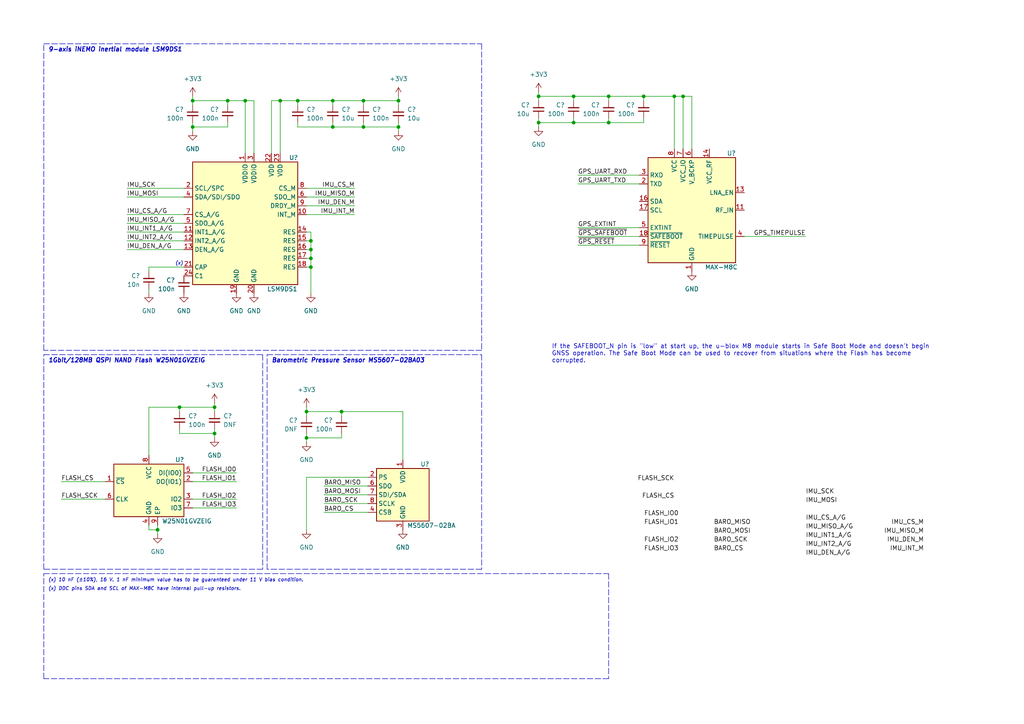
<source format=kicad_sch>
(kicad_sch (version 20211123) (generator eeschema)

  (uuid 9f65e816-76ac-485a-9399-d3ba35b397e7)

  (paper "A4")

  (title_block
    (title "Altair")
    (rev "A1")
    (comment 1 "Author : Varun")
  )

  (lib_symbols
    (symbol "Device:C_Small" (pin_numbers hide) (pin_names (offset 0.254) hide) (in_bom yes) (on_board yes)
      (property "Reference" "C" (id 0) (at 0.254 1.778 0)
        (effects (font (size 1.27 1.27)) (justify left))
      )
      (property "Value" "C_Small" (id 1) (at 0.254 -2.032 0)
        (effects (font (size 1.27 1.27)) (justify left))
      )
      (property "Footprint" "" (id 2) (at 0 0 0)
        (effects (font (size 1.27 1.27)) hide)
      )
      (property "Datasheet" "~" (id 3) (at 0 0 0)
        (effects (font (size 1.27 1.27)) hide)
      )
      (property "ki_keywords" "capacitor cap" (id 4) (at 0 0 0)
        (effects (font (size 1.27 1.27)) hide)
      )
      (property "ki_description" "Unpolarized capacitor, small symbol" (id 5) (at 0 0 0)
        (effects (font (size 1.27 1.27)) hide)
      )
      (property "ki_fp_filters" "C_*" (id 6) (at 0 0 0)
        (effects (font (size 1.27 1.27)) hide)
      )
      (symbol "C_Small_0_1"
        (polyline
          (pts
            (xy -1.524 -0.508)
            (xy 1.524 -0.508)
          )
          (stroke (width 0.3302) (type default) (color 0 0 0 0))
          (fill (type none))
        )
        (polyline
          (pts
            (xy -1.524 0.508)
            (xy 1.524 0.508)
          )
          (stroke (width 0.3048) (type default) (color 0 0 0 0))
          (fill (type none))
        )
      )
      (symbol "C_Small_1_1"
        (pin passive line (at 0 2.54 270) (length 2.032)
          (name "~" (effects (font (size 1.27 1.27))))
          (number "1" (effects (font (size 1.27 1.27))))
        )
        (pin passive line (at 0 -2.54 90) (length 2.032)
          (name "~" (effects (font (size 1.27 1.27))))
          (number "2" (effects (font (size 1.27 1.27))))
        )
      )
    )
    (symbol "Memory_Flash:W25Q32JVZP" (in_bom yes) (on_board yes)
      (property "Reference" "U" (id 0) (at -8.89 8.89 0)
        (effects (font (size 1.27 1.27)))
      )
      (property "Value" "W25Q32JVZP" (id 1) (at 7.62 8.89 0)
        (effects (font (size 1.27 1.27)))
      )
      (property "Footprint" "Package_SON:WSON-8-1EP_6x5mm_P1.27mm_EP3.4x4.3mm" (id 2) (at 0 0 0)
        (effects (font (size 1.27 1.27)) hide)
      )
      (property "Datasheet" "http://www.winbond.com/resource-files/w25q32jv%20revg%2003272018%20plus.pdf" (id 3) (at 0 0 0)
        (effects (font (size 1.27 1.27)) hide)
      )
      (property "ki_keywords" "flash memory SPI" (id 4) (at 0 0 0)
        (effects (font (size 1.27 1.27)) hide)
      )
      (property "ki_description" "32Mb Serial Flash Memory, Standard/Dual/Quad SPI, DFN-8" (id 5) (at 0 0 0)
        (effects (font (size 1.27 1.27)) hide)
      )
      (property "ki_fp_filters" "WSON*1EP*6x5mm*P1.27mm*" (id 6) (at 0 0 0)
        (effects (font (size 1.27 1.27)) hide)
      )
      (symbol "W25Q32JVZP_0_1"
        (rectangle (start -10.16 7.62) (end 10.16 -7.62)
          (stroke (width 0.254) (type default) (color 0 0 0 0))
          (fill (type background))
        )
      )
      (symbol "W25Q32JVZP_1_1"
        (pin input line (at -12.7 2.54 0) (length 2.54)
          (name "~{CS}" (effects (font (size 1.27 1.27))))
          (number "1" (effects (font (size 1.27 1.27))))
        )
        (pin bidirectional line (at 12.7 2.54 180) (length 2.54)
          (name "DO(IO1)" (effects (font (size 1.27 1.27))))
          (number "2" (effects (font (size 1.27 1.27))))
        )
        (pin bidirectional line (at 12.7 -2.54 180) (length 2.54)
          (name "IO2" (effects (font (size 1.27 1.27))))
          (number "3" (effects (font (size 1.27 1.27))))
        )
        (pin power_in line (at 0 -10.16 90) (length 2.54)
          (name "GND" (effects (font (size 1.27 1.27))))
          (number "4" (effects (font (size 1.27 1.27))))
        )
        (pin bidirectional line (at 12.7 5.08 180) (length 2.54)
          (name "DI(IO0)" (effects (font (size 1.27 1.27))))
          (number "5" (effects (font (size 1.27 1.27))))
        )
        (pin input line (at -12.7 -2.54 0) (length 2.54)
          (name "CLK" (effects (font (size 1.27 1.27))))
          (number "6" (effects (font (size 1.27 1.27))))
        )
        (pin bidirectional line (at 12.7 -5.08 180) (length 2.54)
          (name "IO3" (effects (font (size 1.27 1.27))))
          (number "7" (effects (font (size 1.27 1.27))))
        )
        (pin power_in line (at 0 10.16 270) (length 2.54)
          (name "VCC" (effects (font (size 1.27 1.27))))
          (number "8" (effects (font (size 1.27 1.27))))
        )
        (pin passive line (at 2.54 -10.16 90) (length 2.54)
          (name "EP" (effects (font (size 1.27 1.27))))
          (number "9" (effects (font (size 1.27 1.27))))
        )
      )
    )
    (symbol "RF_GPS:MAX-M8C" (in_bom yes) (on_board yes)
      (property "Reference" "U" (id 0) (at -10.16 16.51 0)
        (effects (font (size 1.27 1.27)))
      )
      (property "Value" "MAX-M8C" (id 1) (at 11.43 16.51 0)
        (effects (font (size 1.27 1.27)))
      )
      (property "Footprint" "RF_GPS:ublox_MAX" (id 2) (at 10.16 -16.51 0)
        (effects (font (size 1.27 1.27)) hide)
      )
      (property "Datasheet" "https://www.u-blox.com/sites/default/files/MAX-M8-FW3_DataSheet_%28UBX-15031506%29.pdf" (id 3) (at 0 0 0)
        (effects (font (size 1.27 1.27)) hide)
      )
      (property "ki_keywords" "ublox GPS GNSS module" (id 4) (at 0 0 0)
        (effects (font (size 1.27 1.27)) hide)
      )
      (property "ki_description" "GNSS Module MAX M8, VCC 1.65V to 3.6V" (id 5) (at 0 0 0)
        (effects (font (size 1.27 1.27)) hide)
      )
      (property "ki_fp_filters" "ublox*MAX*" (id 6) (at 0 0 0)
        (effects (font (size 1.27 1.27)) hide)
      )
      (symbol "MAX-M8C_0_1"
        (rectangle (start 12.7 15.24) (end -12.7 -15.24)
          (stroke (width 0.254) (type default) (color 0 0 0 0))
          (fill (type background))
        )
      )
      (symbol "MAX-M8C_1_1"
        (pin power_in line (at 0 -17.78 90) (length 2.54)
          (name "GND" (effects (font (size 1.27 1.27))))
          (number "1" (effects (font (size 1.27 1.27))))
        )
        (pin passive line (at 0 -17.78 90) (length 2.54) hide
          (name "GND" (effects (font (size 1.27 1.27))))
          (number "10" (effects (font (size 1.27 1.27))))
        )
        (pin input line (at 15.24 0 180) (length 2.54)
          (name "RF_IN" (effects (font (size 1.27 1.27))))
          (number "11" (effects (font (size 1.27 1.27))))
        )
        (pin passive line (at 0 -17.78 90) (length 2.54) hide
          (name "GND" (effects (font (size 1.27 1.27))))
          (number "12" (effects (font (size 1.27 1.27))))
        )
        (pin output line (at 15.24 5.08 180) (length 2.54)
          (name "LNA_EN" (effects (font (size 1.27 1.27))))
          (number "13" (effects (font (size 1.27 1.27))))
        )
        (pin power_out line (at 5.08 17.78 270) (length 2.54)
          (name "VCC_RF" (effects (font (size 1.27 1.27))))
          (number "14" (effects (font (size 1.27 1.27))))
        )
        (pin no_connect line (at 12.7 -5.08 180) (length 2.54) hide
          (name "Reserved" (effects (font (size 1.27 1.27))))
          (number "15" (effects (font (size 1.27 1.27))))
        )
        (pin bidirectional line (at -15.24 2.54 0) (length 2.54)
          (name "SDA" (effects (font (size 1.27 1.27))))
          (number "16" (effects (font (size 1.27 1.27))))
        )
        (pin input line (at -15.24 0 0) (length 2.54)
          (name "SCL" (effects (font (size 1.27 1.27))))
          (number "17" (effects (font (size 1.27 1.27))))
        )
        (pin input line (at -15.24 -7.62 0) (length 2.54)
          (name "~{SAFEBOOT}" (effects (font (size 1.27 1.27))))
          (number "18" (effects (font (size 1.27 1.27))))
        )
        (pin output line (at -15.24 7.62 0) (length 2.54)
          (name "TXD" (effects (font (size 1.27 1.27))))
          (number "2" (effects (font (size 1.27 1.27))))
        )
        (pin input line (at -15.24 10.16 0) (length 2.54)
          (name "RXD" (effects (font (size 1.27 1.27))))
          (number "3" (effects (font (size 1.27 1.27))))
        )
        (pin output line (at 15.24 -7.62 180) (length 2.54)
          (name "TIMEPULSE" (effects (font (size 1.27 1.27))))
          (number "4" (effects (font (size 1.27 1.27))))
        )
        (pin input line (at -15.24 -5.08 0) (length 2.54)
          (name "EXTINT" (effects (font (size 1.27 1.27))))
          (number "5" (effects (font (size 1.27 1.27))))
        )
        (pin power_in line (at 0 17.78 270) (length 2.54)
          (name "V_BCKP" (effects (font (size 1.27 1.27))))
          (number "6" (effects (font (size 1.27 1.27))))
        )
        (pin power_in line (at -2.54 17.78 270) (length 2.54)
          (name "VCC_IO" (effects (font (size 1.27 1.27))))
          (number "7" (effects (font (size 1.27 1.27))))
        )
        (pin power_in line (at -5.08 17.78 270) (length 2.54)
          (name "VCC" (effects (font (size 1.27 1.27))))
          (number "8" (effects (font (size 1.27 1.27))))
        )
        (pin input line (at -15.24 -10.16 0) (length 2.54)
          (name "~{RESET}" (effects (font (size 1.27 1.27))))
          (number "9" (effects (font (size 1.27 1.27))))
        )
      )
    )
    (symbol "Sensor_Motion:LSM9DS1" (in_bom yes) (on_board yes)
      (property "Reference" "U" (id 0) (at -15.24 21.59 0)
        (effects (font (size 1.27 1.27)) (justify left))
      )
      (property "Value" "LSM9DS1" (id 1) (at -15.24 19.05 0)
        (effects (font (size 1.27 1.27)) (justify left))
      )
      (property "Footprint" "Package_LGA:LGA-24L_3x3.5mm_P0.43mm" (id 2) (at 38.1 19.05 0)
        (effects (font (size 1.27 1.27)) hide)
      )
      (property "Datasheet" "http://www.st.com/content/ccc/resource/technical/document/datasheet/1e/3f/2a/d6/25/eb/48/46/DM00103319.pdf/files/DM00103319.pdf/jcr:content/translations/en.DM00103319.pdf" (id 3) (at 0 2.54 0)
        (effects (font (size 1.27 1.27)) hide)
      )
      (property "ki_keywords" "I2C SPI IMU accelerometer gyroscope magnetometer" (id 4) (at 0 0 0)
        (effects (font (size 1.27 1.27)) hide)
      )
      (property "ki_description" "I2C SPI 9 axis IMU accelerometer gyroscope magnetometer" (id 5) (at 0 0 0)
        (effects (font (size 1.27 1.27)) hide)
      )
      (property "ki_fp_filters" "LGA*3x3.5mm*P0.43mm*" (id 6) (at 0 0 0)
        (effects (font (size 1.27 1.27)) hide)
      )
      (symbol "LSM9DS1_0_1"
        (rectangle (start -15.24 17.78) (end 15.24 -17.78)
          (stroke (width 0.254) (type default) (color 0 0 0 0))
          (fill (type background))
        )
      )
      (symbol "LSM9DS1_1_1"
        (pin power_in line (at 0 20.32 270) (length 2.54)
          (name "VDDIO" (effects (font (size 1.27 1.27))))
          (number "1" (effects (font (size 1.27 1.27))))
        )
        (pin output line (at 17.78 2.54 180) (length 2.54)
          (name "INT_M" (effects (font (size 1.27 1.27))))
          (number "10" (effects (font (size 1.27 1.27))))
        )
        (pin output line (at -17.78 -2.54 0) (length 2.54)
          (name "INT1_A/G" (effects (font (size 1.27 1.27))))
          (number "11" (effects (font (size 1.27 1.27))))
        )
        (pin output line (at -17.78 -5.08 0) (length 2.54)
          (name "INT2_A/G" (effects (font (size 1.27 1.27))))
          (number "12" (effects (font (size 1.27 1.27))))
        )
        (pin input line (at -17.78 -7.62 0) (length 2.54)
          (name "DEN_A/G" (effects (font (size 1.27 1.27))))
          (number "13" (effects (font (size 1.27 1.27))))
        )
        (pin bidirectional line (at 17.78 -2.54 180) (length 2.54)
          (name "RES" (effects (font (size 1.27 1.27))))
          (number "14" (effects (font (size 1.27 1.27))))
        )
        (pin bidirectional line (at 17.78 -5.08 180) (length 2.54)
          (name "RES" (effects (font (size 1.27 1.27))))
          (number "15" (effects (font (size 1.27 1.27))))
        )
        (pin bidirectional line (at 17.78 -7.62 180) (length 2.54)
          (name "RES" (effects (font (size 1.27 1.27))))
          (number "16" (effects (font (size 1.27 1.27))))
        )
        (pin bidirectional line (at 17.78 -10.16 180) (length 2.54)
          (name "RES" (effects (font (size 1.27 1.27))))
          (number "17" (effects (font (size 1.27 1.27))))
        )
        (pin bidirectional line (at 17.78 -12.7 180) (length 2.54)
          (name "RES" (effects (font (size 1.27 1.27))))
          (number "18" (effects (font (size 1.27 1.27))))
        )
        (pin power_in line (at -2.54 -20.32 90) (length 2.54)
          (name "GND" (effects (font (size 1.27 1.27))))
          (number "19" (effects (font (size 1.27 1.27))))
        )
        (pin input line (at -17.78 10.16 0) (length 2.54)
          (name "SCL/SPC" (effects (font (size 1.27 1.27))))
          (number "2" (effects (font (size 1.27 1.27))))
        )
        (pin power_in line (at 2.54 -20.32 90) (length 2.54)
          (name "GND" (effects (font (size 1.27 1.27))))
          (number "20" (effects (font (size 1.27 1.27))))
        )
        (pin passive line (at -17.78 -12.7 0) (length 2.54)
          (name "CAP" (effects (font (size 1.27 1.27))))
          (number "21" (effects (font (size 1.27 1.27))))
        )
        (pin power_in line (at 7.62 20.32 270) (length 2.54)
          (name "VDD" (effects (font (size 1.27 1.27))))
          (number "22" (effects (font (size 1.27 1.27))))
        )
        (pin power_in line (at 10.16 20.32 270) (length 2.54)
          (name "VDD" (effects (font (size 1.27 1.27))))
          (number "23" (effects (font (size 1.27 1.27))))
        )
        (pin passive line (at -17.78 -15.24 0) (length 2.54)
          (name "C1" (effects (font (size 1.27 1.27))))
          (number "24" (effects (font (size 1.27 1.27))))
        )
        (pin power_in line (at 2.54 20.32 270) (length 2.54)
          (name "VDDIO" (effects (font (size 1.27 1.27))))
          (number "3" (effects (font (size 1.27 1.27))))
        )
        (pin bidirectional line (at -17.78 7.62 0) (length 2.54)
          (name "SDA/SDI/SDO" (effects (font (size 1.27 1.27))))
          (number "4" (effects (font (size 1.27 1.27))))
        )
        (pin output line (at -17.78 0 0) (length 2.54)
          (name "SDO_A/G" (effects (font (size 1.27 1.27))))
          (number "5" (effects (font (size 1.27 1.27))))
        )
        (pin output line (at 17.78 7.62 180) (length 2.54)
          (name "SDO_M" (effects (font (size 1.27 1.27))))
          (number "6" (effects (font (size 1.27 1.27))))
        )
        (pin input line (at -17.78 2.54 0) (length 2.54)
          (name "CS_A/G" (effects (font (size 1.27 1.27))))
          (number "7" (effects (font (size 1.27 1.27))))
        )
        (pin input line (at 17.78 10.16 180) (length 2.54)
          (name "CS_M" (effects (font (size 1.27 1.27))))
          (number "8" (effects (font (size 1.27 1.27))))
        )
        (pin output line (at 17.78 5.08 180) (length 2.54)
          (name "DRDY_M" (effects (font (size 1.27 1.27))))
          (number "9" (effects (font (size 1.27 1.27))))
        )
      )
    )
    (symbol "Sensor_Pressure:MS5607-02BA" (in_bom yes) (on_board yes)
      (property "Reference" "U" (id 0) (at -6.35 8.89 0)
        (effects (font (size 1.27 1.27)))
      )
      (property "Value" "MS5607-02BA" (id 1) (at 7.62 8.89 0)
        (effects (font (size 1.27 1.27)))
      )
      (property "Footprint" "Package_LGA:LGA-8_3x5mm_P1.25mm" (id 2) (at 0 0 0)
        (effects (font (size 1.27 1.27)) hide)
      )
      (property "Datasheet" "https://www.te.com/commerce/DocumentDelivery/DDEController?Action=showdoc&DocId=Data+Sheet%7FMS5607-02BA03%7FB2%7Fpdf%7FEnglish%7FENG_DS_MS5607-02BA03_B2.pdf%7FCAT-BLPS0035" (id 3) (at 0 0 0)
        (effects (font (size 1.27 1.27)) hide)
      )
      (property "ki_keywords" "pressure SPI I2C" (id 4) (at 0 0 0)
        (effects (font (size 1.27 1.27)) hide)
      )
      (property "ki_description" "Barometric pressure sensor, 20cm resolution, 10 to 1200 mbar, I2C and SPI interface up to 20MHz, LGA-8" (id 5) (at 0 0 0)
        (effects (font (size 1.27 1.27)) hide)
      )
      (property "ki_fp_filters" "LGA*3x5mm*P1.25mm*" (id 6) (at 0 0 0)
        (effects (font (size 1.27 1.27)) hide)
      )
      (symbol "MS5607-02BA_0_1"
        (rectangle (start -7.62 7.62) (end 7.62 -7.62)
          (stroke (width 0.254) (type default) (color 0 0 0 0))
          (fill (type background))
        )
      )
      (symbol "MS5607-02BA_1_1"
        (pin power_in line (at 0 10.16 270) (length 2.54)
          (name "VDD" (effects (font (size 1.27 1.27))))
          (number "1" (effects (font (size 1.27 1.27))))
        )
        (pin input line (at -10.16 5.08 0) (length 2.54)
          (name "PS" (effects (font (size 1.27 1.27))))
          (number "2" (effects (font (size 1.27 1.27))))
        )
        (pin power_in line (at 0 -10.16 90) (length 2.54)
          (name "GND" (effects (font (size 1.27 1.27))))
          (number "3" (effects (font (size 1.27 1.27))))
        )
        (pin input line (at -10.16 -5.08 0) (length 2.54)
          (name "CSB" (effects (font (size 1.27 1.27))))
          (number "4" (effects (font (size 1.27 1.27))))
        )
        (pin input line (at -10.16 -5.08 0) (length 2.54) hide
          (name "CSB" (effects (font (size 1.27 1.27))))
          (number "5" (effects (font (size 1.27 1.27))))
        )
        (pin output line (at -10.16 2.54 0) (length 2.54)
          (name "SDO" (effects (font (size 1.27 1.27))))
          (number "6" (effects (font (size 1.27 1.27))))
        )
        (pin bidirectional line (at -10.16 0 0) (length 2.54)
          (name "SDI/SDA" (effects (font (size 1.27 1.27))))
          (number "7" (effects (font (size 1.27 1.27))))
        )
        (pin input line (at -10.16 -2.54 0) (length 2.54)
          (name "SCLK" (effects (font (size 1.27 1.27))))
          (number "8" (effects (font (size 1.27 1.27))))
        )
      )
    )
    (symbol "power:+3V3" (power) (pin_names (offset 0)) (in_bom yes) (on_board yes)
      (property "Reference" "#PWR" (id 0) (at 0 -3.81 0)
        (effects (font (size 1.27 1.27)) hide)
      )
      (property "Value" "+3V3" (id 1) (at 0 3.556 0)
        (effects (font (size 1.27 1.27)))
      )
      (property "Footprint" "" (id 2) (at 0 0 0)
        (effects (font (size 1.27 1.27)) hide)
      )
      (property "Datasheet" "" (id 3) (at 0 0 0)
        (effects (font (size 1.27 1.27)) hide)
      )
      (property "ki_keywords" "power-flag" (id 4) (at 0 0 0)
        (effects (font (size 1.27 1.27)) hide)
      )
      (property "ki_description" "Power symbol creates a global label with name \"+3V3\"" (id 5) (at 0 0 0)
        (effects (font (size 1.27 1.27)) hide)
      )
      (symbol "+3V3_0_1"
        (polyline
          (pts
            (xy -0.762 1.27)
            (xy 0 2.54)
          )
          (stroke (width 0) (type default) (color 0 0 0 0))
          (fill (type none))
        )
        (polyline
          (pts
            (xy 0 0)
            (xy 0 2.54)
          )
          (stroke (width 0) (type default) (color 0 0 0 0))
          (fill (type none))
        )
        (polyline
          (pts
            (xy 0 2.54)
            (xy 0.762 1.27)
          )
          (stroke (width 0) (type default) (color 0 0 0 0))
          (fill (type none))
        )
      )
      (symbol "+3V3_1_1"
        (pin power_in line (at 0 0 90) (length 0) hide
          (name "+3V3" (effects (font (size 1.27 1.27))))
          (number "1" (effects (font (size 1.27 1.27))))
        )
      )
    )
    (symbol "power:GND" (power) (pin_names (offset 0)) (in_bom yes) (on_board yes)
      (property "Reference" "#PWR" (id 0) (at 0 -6.35 0)
        (effects (font (size 1.27 1.27)) hide)
      )
      (property "Value" "GND" (id 1) (at 0 -3.81 0)
        (effects (font (size 1.27 1.27)))
      )
      (property "Footprint" "" (id 2) (at 0 0 0)
        (effects (font (size 1.27 1.27)) hide)
      )
      (property "Datasheet" "" (id 3) (at 0 0 0)
        (effects (font (size 1.27 1.27)) hide)
      )
      (property "ki_keywords" "power-flag" (id 4) (at 0 0 0)
        (effects (font (size 1.27 1.27)) hide)
      )
      (property "ki_description" "Power symbol creates a global label with name \"GND\" , ground" (id 5) (at 0 0 0)
        (effects (font (size 1.27 1.27)) hide)
      )
      (symbol "GND_0_1"
        (polyline
          (pts
            (xy 0 0)
            (xy 0 -1.27)
            (xy 1.27 -1.27)
            (xy 0 -2.54)
            (xy -1.27 -1.27)
            (xy 0 -1.27)
          )
          (stroke (width 0) (type default) (color 0 0 0 0))
          (fill (type none))
        )
      )
      (symbol "GND_1_1"
        (pin power_in line (at 0 0 270) (length 0) hide
          (name "GND" (effects (font (size 1.27 1.27))))
          (number "1" (effects (font (size 1.27 1.27))))
        )
      )
    )
  )

  (junction (at 156.21 35.56) (diameter 0) (color 0 0 0 0)
    (uuid 01d0d2e9-cbe0-4d96-82f2-a74a23a5c6b7)
  )
  (junction (at 62.23 118.11) (diameter 0) (color 0 0 0 0)
    (uuid 0c341229-bef9-4f02-8eda-098814f6bd32)
  )
  (junction (at 62.23 125.73) (diameter 0) (color 0 0 0 0)
    (uuid 0fc8cc7e-2fa7-488a-9701-df808fc4de98)
  )
  (junction (at 90.17 74.93) (diameter 0) (color 0 0 0 0)
    (uuid 1a4ae737-3d33-42f3-b965-782acb1727d0)
  )
  (junction (at 156.21 27.94) (diameter 0) (color 0 0 0 0)
    (uuid 25c96f0c-e012-44e6-904a-0376bc6aa07b)
  )
  (junction (at 96.52 36.83) (diameter 0) (color 0 0 0 0)
    (uuid 3c54414b-3871-413d-b194-8ad498a7ed74)
  )
  (junction (at 86.36 29.21) (diameter 0) (color 0 0 0 0)
    (uuid 3e5ee123-a0c8-4e33-9d24-777a840b1e0a)
  )
  (junction (at 115.57 29.21) (diameter 0) (color 0 0 0 0)
    (uuid 42a552bb-c1c2-4a6d-b1bd-97bd2a1cce7c)
  )
  (junction (at 52.07 118.11) (diameter 0) (color 0 0 0 0)
    (uuid 47998173-f045-4213-9014-94ce060fc933)
  )
  (junction (at 166.37 27.94) (diameter 0) (color 0 0 0 0)
    (uuid 4d86b85f-b3aa-414c-bd80-3bd624e67a28)
  )
  (junction (at 90.17 77.47) (diameter 0) (color 0 0 0 0)
    (uuid 605deeaa-214f-4589-8c9b-be7118cfcf5a)
  )
  (junction (at 88.9 127) (diameter 0) (color 0 0 0 0)
    (uuid 615a7c2c-bca7-4c3e-971a-68164f4b3dd9)
  )
  (junction (at 176.53 27.94) (diameter 0) (color 0 0 0 0)
    (uuid 70208326-ff54-450a-bdcb-da0f87d859eb)
  )
  (junction (at 105.41 29.21) (diameter 0) (color 0 0 0 0)
    (uuid 7ab4eeb7-c5f3-41f6-9221-e28148982fff)
  )
  (junction (at 99.06 119.38) (diameter 0) (color 0 0 0 0)
    (uuid 7cd55cd8-da0b-49de-8f6e-11738cb96e1e)
  )
  (junction (at 105.41 36.83) (diameter 0) (color 0 0 0 0)
    (uuid 7d9bd508-6a39-4805-8840-37ef1e96101a)
  )
  (junction (at 198.12 27.94) (diameter 0) (color 0 0 0 0)
    (uuid 838d69e2-3ab1-4610-9e1c-9469219788d0)
  )
  (junction (at 55.88 29.21) (diameter 0) (color 0 0 0 0)
    (uuid 8e0082bf-d4c3-461c-8116-27e3436063b1)
  )
  (junction (at 45.72 153.67) (diameter 0) (color 0 0 0 0)
    (uuid 977bd96a-76bf-44e3-966a-58973a4df9b4)
  )
  (junction (at 88.9 119.38) (diameter 0) (color 0 0 0 0)
    (uuid a3e027ef-3f32-46c2-8bb3-3ec324a013ec)
  )
  (junction (at 55.88 36.83) (diameter 0) (color 0 0 0 0)
    (uuid b0caf51f-8b99-46e5-9752-364d4b44ccd1)
  )
  (junction (at 176.53 35.56) (diameter 0) (color 0 0 0 0)
    (uuid bd0f6d70-bdab-434e-b65a-64e19664db6a)
  )
  (junction (at 81.28 29.21) (diameter 0) (color 0 0 0 0)
    (uuid c204d629-a248-47d4-810d-4a0f638c96d4)
  )
  (junction (at 195.58 27.94) (diameter 0) (color 0 0 0 0)
    (uuid c2671a56-2b0b-4bb4-b6b7-8c1e82947bb5)
  )
  (junction (at 71.12 29.21) (diameter 0) (color 0 0 0 0)
    (uuid c87bda4f-6b1a-4791-b0f7-30d190bf1b6f)
  )
  (junction (at 186.69 27.94) (diameter 0) (color 0 0 0 0)
    (uuid d0c4585b-392a-43a3-8830-2b5795c34929)
  )
  (junction (at 115.57 36.83) (diameter 0) (color 0 0 0 0)
    (uuid d887871b-1fac-4563-86fb-a1e0b7cc87fb)
  )
  (junction (at 90.17 69.85) (diameter 0) (color 0 0 0 0)
    (uuid dd5ca31e-ac67-438e-8657-c637ca0d62ac)
  )
  (junction (at 90.17 72.39) (diameter 0) (color 0 0 0 0)
    (uuid e4daf9fd-dfc7-4e55-9cce-a63e565f8394)
  )
  (junction (at 96.52 29.21) (diameter 0) (color 0 0 0 0)
    (uuid e5f4136f-ccc3-442d-b3d8-00b13c555f20)
  )
  (junction (at 66.04 29.21) (diameter 0) (color 0 0 0 0)
    (uuid e8ebf2d4-e522-4c5a-829d-7745c0890fa6)
  )
  (junction (at 166.37 35.56) (diameter 0) (color 0 0 0 0)
    (uuid fad66723-7c2a-4915-898a-73ee45780ce6)
  )

  (wire (pts (xy 88.9 153.67) (xy 88.9 138.43))
    (stroke (width 0) (type default) (color 0 0 0 0))
    (uuid 00237161-64cf-4fbb-a2b2-fe7bed056287)
  )
  (wire (pts (xy 86.36 29.21) (xy 96.52 29.21))
    (stroke (width 0) (type default) (color 0 0 0 0))
    (uuid 028a041e-7cdc-481d-888c-9c1adbdef9c9)
  )
  (wire (pts (xy 66.04 29.21) (xy 55.88 29.21))
    (stroke (width 0) (type default) (color 0 0 0 0))
    (uuid 0530bf73-8073-4205-bffa-620b0c8d51c9)
  )
  (polyline (pts (xy 77.47 102.87) (xy 139.7 102.87))
    (stroke (width 0) (type default) (color 0 0 0 0))
    (uuid 0a1b4a4e-3086-4f77-a0af-616a72099601)
  )

  (wire (pts (xy 66.04 29.21) (xy 71.12 29.21))
    (stroke (width 0) (type default) (color 0 0 0 0))
    (uuid 0b328eb0-ed1a-4201-a3d0-58d1a77dc22e)
  )
  (wire (pts (xy 195.58 27.94) (xy 195.58 43.18))
    (stroke (width 0) (type default) (color 0 0 0 0))
    (uuid 0c926f8b-4916-443b-b8d5-b5866414d198)
  )
  (polyline (pts (xy 12.7 101.6) (xy 12.7 12.7))
    (stroke (width 0) (type default) (color 0 0 0 0))
    (uuid 0c9d824f-b46f-4423-aa7f-27b2dc5662d3)
  )

  (wire (pts (xy 55.88 147.32) (xy 68.58 147.32))
    (stroke (width 0) (type default) (color 0 0 0 0))
    (uuid 0d60da0e-2d98-4fd2-aa1d-7d43d3d8da3f)
  )
  (wire (pts (xy 96.52 29.21) (xy 105.41 29.21))
    (stroke (width 0) (type default) (color 0 0 0 0))
    (uuid 12337648-abc3-4e18-8c3a-8c66fb0efcf2)
  )
  (wire (pts (xy 62.23 125.73) (xy 62.23 127))
    (stroke (width 0) (type default) (color 0 0 0 0))
    (uuid 14bc4b64-81a5-4ad3-88a7-535690bccd15)
  )
  (polyline (pts (xy 139.7 102.87) (xy 139.7 165.1))
    (stroke (width 0) (type default) (color 0 0 0 0))
    (uuid 174008e1-9b0a-493e-aa6f-236e4ccf1198)
  )

  (wire (pts (xy 62.23 125.73) (xy 62.23 124.46))
    (stroke (width 0) (type default) (color 0 0 0 0))
    (uuid 19a26dc4-9ca7-495c-9ade-1602301b9e1c)
  )
  (wire (pts (xy 36.83 54.61) (xy 53.34 54.61))
    (stroke (width 0) (type default) (color 0 0 0 0))
    (uuid 1a863001-2ef6-415d-804f-96f9bf667f03)
  )
  (wire (pts (xy 73.66 29.21) (xy 73.66 44.45))
    (stroke (width 0) (type default) (color 0 0 0 0))
    (uuid 1c742a39-d790-42d2-b621-a6ef731e1686)
  )
  (wire (pts (xy 93.98 146.05) (xy 106.68 146.05))
    (stroke (width 0) (type default) (color 0 0 0 0))
    (uuid 1e990dfa-f151-47a7-879f-6a704a812448)
  )
  (wire (pts (xy 78.74 29.21) (xy 78.74 44.45))
    (stroke (width 0) (type default) (color 0 0 0 0))
    (uuid 202f06ef-95d3-4581-905c-6128943f1d72)
  )
  (wire (pts (xy 17.78 144.78) (xy 30.48 144.78))
    (stroke (width 0) (type default) (color 0 0 0 0))
    (uuid 20484e76-e550-44d8-823a-ba8df66cc3ec)
  )
  (polyline (pts (xy 76.2 102.87) (xy 76.2 165.1))
    (stroke (width 0) (type default) (color 0 0 0 0))
    (uuid 220a6920-77b9-4d2f-8b8e-fc25cc637e01)
  )

  (wire (pts (xy 86.36 36.83) (xy 96.52 36.83))
    (stroke (width 0) (type default) (color 0 0 0 0))
    (uuid 231216ba-ea86-4bce-90c5-ce7a5bf4931b)
  )
  (wire (pts (xy 115.57 27.94) (xy 115.57 29.21))
    (stroke (width 0) (type default) (color 0 0 0 0))
    (uuid 24cdb6c4-b97d-4acc-b757-6f610d4adb1c)
  )
  (wire (pts (xy 115.57 36.83) (xy 115.57 38.1))
    (stroke (width 0) (type default) (color 0 0 0 0))
    (uuid 2c584385-2870-4d11-af0c-8064be858464)
  )
  (wire (pts (xy 90.17 67.31) (xy 90.17 69.85))
    (stroke (width 0) (type default) (color 0 0 0 0))
    (uuid 2c97a0fe-f8c0-4830-9d27-012fa304992a)
  )
  (wire (pts (xy 86.36 36.83) (xy 86.36 35.56))
    (stroke (width 0) (type default) (color 0 0 0 0))
    (uuid 2d231dce-8a12-4fd8-a39f-e141dfb591b5)
  )
  (wire (pts (xy 43.18 83.82) (xy 43.18 85.09))
    (stroke (width 0) (type default) (color 0 0 0 0))
    (uuid 2d9524ab-a04b-4fe4-a3f8-b90d90108fe0)
  )
  (wire (pts (xy 156.21 27.94) (xy 166.37 27.94))
    (stroke (width 0) (type default) (color 0 0 0 0))
    (uuid 2d99b1fd-4676-4d86-a373-e48d6eb5908c)
  )
  (wire (pts (xy 195.58 27.94) (xy 198.12 27.94))
    (stroke (width 0) (type default) (color 0 0 0 0))
    (uuid 2e0cd65d-c176-4231-8f18-5d4b7600a7e5)
  )
  (wire (pts (xy 88.9 127) (xy 88.9 128.27))
    (stroke (width 0) (type default) (color 0 0 0 0))
    (uuid 2ea5371d-0757-4bde-90c2-5675a39d9f3e)
  )
  (wire (pts (xy 45.72 153.67) (xy 45.72 154.94))
    (stroke (width 0) (type default) (color 0 0 0 0))
    (uuid 306e55d6-d3e4-424e-a20d-0896205dd7d8)
  )
  (wire (pts (xy 66.04 30.48) (xy 66.04 29.21))
    (stroke (width 0) (type default) (color 0 0 0 0))
    (uuid 30b66fff-a387-469c-810b-829445105481)
  )
  (wire (pts (xy 62.23 116.84) (xy 62.23 118.11))
    (stroke (width 0) (type default) (color 0 0 0 0))
    (uuid 31b49d39-d67a-4b37-8947-fd67b9313418)
  )
  (wire (pts (xy 186.69 34.29) (xy 186.69 35.56))
    (stroke (width 0) (type default) (color 0 0 0 0))
    (uuid 32fb934f-7bb9-4e1e-bece-71744fd51e86)
  )
  (wire (pts (xy 156.21 26.67) (xy 156.21 27.94))
    (stroke (width 0) (type default) (color 0 0 0 0))
    (uuid 351263f5-0b71-4c2a-a5fc-9e63a591b629)
  )
  (wire (pts (xy 45.72 153.67) (xy 45.72 152.4))
    (stroke (width 0) (type default) (color 0 0 0 0))
    (uuid 38c5b89c-1a6a-436e-89b7-05e261f6951c)
  )
  (wire (pts (xy 90.17 77.47) (xy 90.17 85.09))
    (stroke (width 0) (type default) (color 0 0 0 0))
    (uuid 3b98de8d-f3b7-480a-9147-43b58de9f071)
  )
  (wire (pts (xy 55.88 139.7) (xy 68.58 139.7))
    (stroke (width 0) (type default) (color 0 0 0 0))
    (uuid 3c16db56-4758-4edc-8fbb-fbd43b10dd55)
  )
  (wire (pts (xy 62.23 118.11) (xy 62.23 119.38))
    (stroke (width 0) (type default) (color 0 0 0 0))
    (uuid 3cecfe84-37e6-40ec-bef0-bcbc2faea08c)
  )
  (wire (pts (xy 115.57 36.83) (xy 105.41 36.83))
    (stroke (width 0) (type default) (color 0 0 0 0))
    (uuid 3db6baf8-b513-405c-aab4-08ec270fdb49)
  )
  (polyline (pts (xy 139.7 12.7) (xy 139.7 101.6))
    (stroke (width 0) (type default) (color 0 0 0 0))
    (uuid 3e2f8ed6-7c57-480f-9ac5-aca5e1a65b33)
  )

  (wire (pts (xy 90.17 72.39) (xy 90.17 74.93))
    (stroke (width 0) (type default) (color 0 0 0 0))
    (uuid 3f55fb84-a5a0-40d4-bc31-6efa915b6d5d)
  )
  (polyline (pts (xy 12.7 102.87) (xy 76.2 102.87))
    (stroke (width 0) (type default) (color 0 0 0 0))
    (uuid 41835c83-5a13-4355-bcc2-23ff60d7cac0)
  )

  (wire (pts (xy 115.57 29.21) (xy 115.57 30.48))
    (stroke (width 0) (type default) (color 0 0 0 0))
    (uuid 41f9999d-ed8d-453a-a992-a9694cca41af)
  )
  (wire (pts (xy 88.9 74.93) (xy 90.17 74.93))
    (stroke (width 0) (type default) (color 0 0 0 0))
    (uuid 4399bd3b-2e7a-409d-a688-fdeb41dad043)
  )
  (wire (pts (xy 71.12 29.21) (xy 71.12 44.45))
    (stroke (width 0) (type default) (color 0 0 0 0))
    (uuid 47de812b-5a8b-4ae3-9548-09236bed30ac)
  )
  (wire (pts (xy 198.12 27.94) (xy 198.12 43.18))
    (stroke (width 0) (type default) (color 0 0 0 0))
    (uuid 484a2766-f0c8-496f-adbc-b2e83d39e8ed)
  )
  (polyline (pts (xy 139.7 101.6) (xy 12.7 101.6))
    (stroke (width 0) (type default) (color 0 0 0 0))
    (uuid 4b388659-ef98-4186-8488-deda403a7c87)
  )

  (wire (pts (xy 186.69 27.94) (xy 186.69 29.21))
    (stroke (width 0) (type default) (color 0 0 0 0))
    (uuid 4c726e0f-1585-43bc-ab71-e97533286e72)
  )
  (wire (pts (xy 93.98 148.59) (xy 106.68 148.59))
    (stroke (width 0) (type default) (color 0 0 0 0))
    (uuid 4d84b592-665d-478b-bdb5-e7b87eb96c5c)
  )
  (wire (pts (xy 36.83 67.31) (xy 53.34 67.31))
    (stroke (width 0) (type default) (color 0 0 0 0))
    (uuid 4dcd8e47-cd37-473c-8f5c-9479c5a48b12)
  )
  (wire (pts (xy 88.9 125.73) (xy 88.9 127))
    (stroke (width 0) (type default) (color 0 0 0 0))
    (uuid 4eae17d9-f94c-4859-8090-e9273f036da2)
  )
  (wire (pts (xy 36.83 57.15) (xy 53.34 57.15))
    (stroke (width 0) (type default) (color 0 0 0 0))
    (uuid 50fbf6f6-f64b-49d1-a268-10b5fdd945ae)
  )
  (wire (pts (xy 52.07 119.38) (xy 52.07 118.11))
    (stroke (width 0) (type default) (color 0 0 0 0))
    (uuid 54fe4bec-46fb-4c9a-95fd-fc8741936b61)
  )
  (polyline (pts (xy 77.47 165.1) (xy 77.47 102.87))
    (stroke (width 0) (type default) (color 0 0 0 0))
    (uuid 55be351b-27c6-4b66-9067-e14e24b55946)
  )

  (wire (pts (xy 88.9 57.15) (xy 102.87 57.15))
    (stroke (width 0) (type default) (color 0 0 0 0))
    (uuid 59ad91ca-0cac-4788-b298-369b08572d52)
  )
  (wire (pts (xy 17.78 139.7) (xy 30.48 139.7))
    (stroke (width 0) (type default) (color 0 0 0 0))
    (uuid 5b91bd76-8e1f-4d17-a81e-e76d5fcac31d)
  )
  (wire (pts (xy 99.06 119.38) (xy 99.06 120.65))
    (stroke (width 0) (type default) (color 0 0 0 0))
    (uuid 63188d10-789c-434d-a903-5f0d7d435136)
  )
  (wire (pts (xy 36.83 72.39) (xy 53.34 72.39))
    (stroke (width 0) (type default) (color 0 0 0 0))
    (uuid 63ad32ac-e43f-4b9e-93db-73ca41248502)
  )
  (wire (pts (xy 186.69 27.94) (xy 195.58 27.94))
    (stroke (width 0) (type default) (color 0 0 0 0))
    (uuid 644c99b1-fa2e-4c89-944f-8fc10ffed3ad)
  )
  (wire (pts (xy 88.9 72.39) (xy 90.17 72.39))
    (stroke (width 0) (type default) (color 0 0 0 0))
    (uuid 68fc9f46-28af-42c6-86a0-cdb1711b7d7f)
  )
  (wire (pts (xy 88.9 54.61) (xy 102.87 54.61))
    (stroke (width 0) (type default) (color 0 0 0 0))
    (uuid 690e4a77-ab94-45cd-9d27-7ff62309d84f)
  )
  (wire (pts (xy 96.52 36.83) (xy 105.41 36.83))
    (stroke (width 0) (type default) (color 0 0 0 0))
    (uuid 6a0c8619-de1e-4420-9a66-627f0e8cbcf1)
  )
  (wire (pts (xy 55.88 35.56) (xy 55.88 36.83))
    (stroke (width 0) (type default) (color 0 0 0 0))
    (uuid 6ac6478a-6891-44f0-96ab-708a125cfc64)
  )
  (wire (pts (xy 99.06 127) (xy 99.06 125.73))
    (stroke (width 0) (type default) (color 0 0 0 0))
    (uuid 6b819dd9-3c33-4931-813b-9bb94541b2f0)
  )
  (wire (pts (xy 43.18 118.11) (xy 43.18 132.08))
    (stroke (width 0) (type default) (color 0 0 0 0))
    (uuid 6ea5f562-cdc0-4c55-a983-b5193c4e2f1a)
  )
  (wire (pts (xy 166.37 27.94) (xy 176.53 27.94))
    (stroke (width 0) (type default) (color 0 0 0 0))
    (uuid 6ee3369b-4580-4efc-9295-956cd0b9935a)
  )
  (wire (pts (xy 198.12 27.94) (xy 200.66 27.94))
    (stroke (width 0) (type default) (color 0 0 0 0))
    (uuid 6ee8e03d-3875-4bc8-86b7-c3929d353d50)
  )
  (wire (pts (xy 52.07 124.46) (xy 52.07 125.73))
    (stroke (width 0) (type default) (color 0 0 0 0))
    (uuid 6f2ff6d2-1fb1-4a1d-8364-e0e3b518951d)
  )
  (wire (pts (xy 176.53 27.94) (xy 186.69 27.94))
    (stroke (width 0) (type default) (color 0 0 0 0))
    (uuid 70ad11be-5470-4e9d-b0c9-aaeff2c0809a)
  )
  (wire (pts (xy 167.64 71.12) (xy 185.42 71.12))
    (stroke (width 0) (type default) (color 0 0 0 0))
    (uuid 717182dd-1470-4964-838c-8c053e0c0f66)
  )
  (wire (pts (xy 88.9 127) (xy 99.06 127))
    (stroke (width 0) (type default) (color 0 0 0 0))
    (uuid 73235930-0b5f-4bd5-bfa3-01a273b6c6ce)
  )
  (wire (pts (xy 43.18 153.67) (xy 45.72 153.67))
    (stroke (width 0) (type default) (color 0 0 0 0))
    (uuid 756f638d-d724-4678-b084-8d28d6242037)
  )
  (wire (pts (xy 96.52 35.56) (xy 96.52 36.83))
    (stroke (width 0) (type default) (color 0 0 0 0))
    (uuid 77e46ce3-b3b7-498f-b2e4-3137e57a737e)
  )
  (wire (pts (xy 88.9 77.47) (xy 90.17 77.47))
    (stroke (width 0) (type default) (color 0 0 0 0))
    (uuid 7ee41110-919c-4a0c-a288-61e02c1dd65c)
  )
  (wire (pts (xy 36.83 69.85) (xy 53.34 69.85))
    (stroke (width 0) (type default) (color 0 0 0 0))
    (uuid 85335696-77b3-4661-9030-935db2a21af0)
  )
  (wire (pts (xy 88.9 69.85) (xy 90.17 69.85))
    (stroke (width 0) (type default) (color 0 0 0 0))
    (uuid 88b70fe6-3031-45d6-85bc-e104e8c44e38)
  )
  (wire (pts (xy 200.66 27.94) (xy 200.66 43.18))
    (stroke (width 0) (type default) (color 0 0 0 0))
    (uuid 8a0f8d63-3995-4e41-bf90-b71b0dd499a1)
  )
  (wire (pts (xy 176.53 27.94) (xy 176.53 29.21))
    (stroke (width 0) (type default) (color 0 0 0 0))
    (uuid 92d79f4f-e2d7-420e-b85a-01079179ffe6)
  )
  (wire (pts (xy 88.9 118.11) (xy 88.9 119.38))
    (stroke (width 0) (type default) (color 0 0 0 0))
    (uuid 94a4776f-90da-4ccb-a2b3-4434371a0d75)
  )
  (wire (pts (xy 55.88 144.78) (xy 68.58 144.78))
    (stroke (width 0) (type default) (color 0 0 0 0))
    (uuid 955bfc8b-bfde-4bfd-b1e8-bd45c6ed0069)
  )
  (wire (pts (xy 81.28 29.21) (xy 81.28 44.45))
    (stroke (width 0) (type default) (color 0 0 0 0))
    (uuid 964d04e0-06f7-4de0-ad19-52f1f3ef15a0)
  )
  (wire (pts (xy 156.21 35.56) (xy 156.21 36.83))
    (stroke (width 0) (type default) (color 0 0 0 0))
    (uuid 974e069e-5d35-4bf5-aa63-bd3b6f13bed4)
  )
  (wire (pts (xy 166.37 34.29) (xy 166.37 35.56))
    (stroke (width 0) (type default) (color 0 0 0 0))
    (uuid 9cc1d8b1-2a29-4409-b942-d2bde6d86075)
  )
  (wire (pts (xy 105.41 29.21) (xy 115.57 29.21))
    (stroke (width 0) (type default) (color 0 0 0 0))
    (uuid 9cf1a2ea-8e60-4f4e-967a-05d91777d5e0)
  )
  (wire (pts (xy 167.64 68.58) (xy 185.42 68.58))
    (stroke (width 0) (type default) (color 0 0 0 0))
    (uuid 9f62202f-ab04-4eac-a600-6c602cba1367)
  )
  (wire (pts (xy 166.37 27.94) (xy 166.37 29.21))
    (stroke (width 0) (type default) (color 0 0 0 0))
    (uuid 9f9e59c8-5537-42f3-b491-699a31f131c6)
  )
  (wire (pts (xy 156.21 35.56) (xy 166.37 35.56))
    (stroke (width 0) (type default) (color 0 0 0 0))
    (uuid a5c8611d-96af-4758-9681-1dc52d00b35f)
  )
  (wire (pts (xy 55.88 36.83) (xy 55.88 38.1))
    (stroke (width 0) (type default) (color 0 0 0 0))
    (uuid a7067cc8-54bc-4a9e-be43-d7790d3352b7)
  )
  (wire (pts (xy 88.9 120.65) (xy 88.9 119.38))
    (stroke (width 0) (type default) (color 0 0 0 0))
    (uuid aa3b6d70-78e4-43bd-bfc5-2bf299164677)
  )
  (polyline (pts (xy 12.7 165.1) (xy 12.7 102.87))
    (stroke (width 0) (type default) (color 0 0 0 0))
    (uuid ab9be737-4bef-42fd-8a4e-df28933cc8fd)
  )

  (wire (pts (xy 88.9 138.43) (xy 106.68 138.43))
    (stroke (width 0) (type default) (color 0 0 0 0))
    (uuid abc4338d-5228-49fc-ba1d-925bf1159552)
  )
  (wire (pts (xy 88.9 59.69) (xy 102.87 59.69))
    (stroke (width 0) (type default) (color 0 0 0 0))
    (uuid ac540e97-8df5-48d1-9186-471352a371c3)
  )
  (polyline (pts (xy 12.7 166.37) (xy 176.53 166.37))
    (stroke (width 0) (type default) (color 0 0 0 0))
    (uuid ae984e91-69c8-472f-abe1-49b32b0bfd6c)
  )

  (wire (pts (xy 43.18 77.47) (xy 53.34 77.47))
    (stroke (width 0) (type default) (color 0 0 0 0))
    (uuid b0332117-e6e1-4a87-a6bd-db389eb551bb)
  )
  (wire (pts (xy 215.9 68.58) (xy 233.68 68.58))
    (stroke (width 0) (type default) (color 0 0 0 0))
    (uuid b07fffe3-bb61-4cf8-84aa-2f38197465b3)
  )
  (wire (pts (xy 88.9 62.23) (xy 102.87 62.23))
    (stroke (width 0) (type default) (color 0 0 0 0))
    (uuid b0d3e61e-78ca-42e5-bf1d-16bf6779e78c)
  )
  (wire (pts (xy 55.88 27.94) (xy 55.88 29.21))
    (stroke (width 0) (type default) (color 0 0 0 0))
    (uuid b16d302a-f1fc-4d90-8a44-768751aa5b59)
  )
  (wire (pts (xy 105.41 35.56) (xy 105.41 36.83))
    (stroke (width 0) (type default) (color 0 0 0 0))
    (uuid b3d6f24b-c8a9-4e4b-8c32-915465a5c40a)
  )
  (wire (pts (xy 81.28 29.21) (xy 86.36 29.21))
    (stroke (width 0) (type default) (color 0 0 0 0))
    (uuid b536a0fb-b980-4e1e-b537-a1b5de847ed8)
  )
  (polyline (pts (xy 12.7 12.7) (xy 139.7 12.7))
    (stroke (width 0) (type default) (color 0 0 0 0))
    (uuid b7b125ac-9c68-46ee-8452-5104b7808750)
  )

  (wire (pts (xy 55.88 137.16) (xy 68.58 137.16))
    (stroke (width 0) (type default) (color 0 0 0 0))
    (uuid ba550823-3851-40fb-bcfd-4ac78b1d771f)
  )
  (wire (pts (xy 43.18 118.11) (xy 52.07 118.11))
    (stroke (width 0) (type default) (color 0 0 0 0))
    (uuid be19ce53-d17b-45a7-9faa-36e1453f32d7)
  )
  (wire (pts (xy 116.84 119.38) (xy 116.84 133.35))
    (stroke (width 0) (type default) (color 0 0 0 0))
    (uuid be25b5a0-f23e-49e3-bfa9-eb42f10445b3)
  )
  (wire (pts (xy 167.64 66.04) (xy 185.42 66.04))
    (stroke (width 0) (type default) (color 0 0 0 0))
    (uuid bf20aa36-6de1-44ce-8852-d14e50a88a31)
  )
  (wire (pts (xy 36.83 64.77) (xy 53.34 64.77))
    (stroke (width 0) (type default) (color 0 0 0 0))
    (uuid c43c75fa-83e6-4c20-ad67-b4b8ea087e4a)
  )
  (wire (pts (xy 166.37 35.56) (xy 176.53 35.56))
    (stroke (width 0) (type default) (color 0 0 0 0))
    (uuid c4ec73ad-9bc8-462b-a8cc-431f6a96a3ce)
  )
  (wire (pts (xy 88.9 67.31) (xy 90.17 67.31))
    (stroke (width 0) (type default) (color 0 0 0 0))
    (uuid c8bebe5a-0bcd-420c-951d-1249ec23ec6f)
  )
  (wire (pts (xy 71.12 29.21) (xy 73.66 29.21))
    (stroke (width 0) (type default) (color 0 0 0 0))
    (uuid cb3bfef8-de0f-4142-8ef1-1e63acd04b86)
  )
  (polyline (pts (xy 12.7 196.85) (xy 12.7 166.37))
    (stroke (width 0) (type default) (color 0 0 0 0))
    (uuid cba73ce6-d575-4a28-aae1-1821f50b9756)
  )

  (wire (pts (xy 156.21 29.21) (xy 156.21 27.94))
    (stroke (width 0) (type default) (color 0 0 0 0))
    (uuid cc77dd8c-304d-4418-8696-764fa1ed0ac2)
  )
  (wire (pts (xy 115.57 35.56) (xy 115.57 36.83))
    (stroke (width 0) (type default) (color 0 0 0 0))
    (uuid cc945608-9bbf-4ab7-8fd4-26b293c2d000)
  )
  (wire (pts (xy 99.06 119.38) (xy 116.84 119.38))
    (stroke (width 0) (type default) (color 0 0 0 0))
    (uuid d173896f-e03f-40e3-b060-d6fbcd9c60fe)
  )
  (wire (pts (xy 90.17 69.85) (xy 90.17 72.39))
    (stroke (width 0) (type default) (color 0 0 0 0))
    (uuid d373be2e-b275-4319-ab2d-bdfcf38a6e4e)
  )
  (wire (pts (xy 43.18 77.47) (xy 43.18 78.74))
    (stroke (width 0) (type default) (color 0 0 0 0))
    (uuid d3b67887-0035-4fcf-b4f4-e864d398cc70)
  )
  (polyline (pts (xy 176.53 196.85) (xy 12.7 196.85))
    (stroke (width 0) (type default) (color 0 0 0 0))
    (uuid d544acef-9a85-48a3-abd7-b23bb13cb421)
  )
  (polyline (pts (xy 176.53 166.37) (xy 176.53 196.85))
    (stroke (width 0) (type default) (color 0 0 0 0))
    (uuid d70f1ace-c98a-4004-9b64-3eedb06ded39)
  )

  (wire (pts (xy 105.41 29.21) (xy 105.41 30.48))
    (stroke (width 0) (type default) (color 0 0 0 0))
    (uuid d91f06a8-3525-4478-9493-b9ce0c0369db)
  )
  (polyline (pts (xy 76.2 165.1) (xy 12.7 165.1))
    (stroke (width 0) (type default) (color 0 0 0 0))
    (uuid dd7d9a33-5a5d-453a-aa3d-3de29af23668)
  )

  (wire (pts (xy 78.74 29.21) (xy 81.28 29.21))
    (stroke (width 0) (type default) (color 0 0 0 0))
    (uuid dd962a2e-e940-4f95-93de-827e266a0231)
  )
  (wire (pts (xy 52.07 125.73) (xy 62.23 125.73))
    (stroke (width 0) (type default) (color 0 0 0 0))
    (uuid dea66ad7-4e4f-4e00-888f-5e6101fe5b50)
  )
  (wire (pts (xy 167.64 53.34) (xy 185.42 53.34))
    (stroke (width 0) (type default) (color 0 0 0 0))
    (uuid dee8114f-3d5b-4328-a47a-a2e139a7c86f)
  )
  (wire (pts (xy 176.53 35.56) (xy 186.69 35.56))
    (stroke (width 0) (type default) (color 0 0 0 0))
    (uuid e084ca56-2e71-44f0-b250-a049c2dbb1c7)
  )
  (wire (pts (xy 55.88 29.21) (xy 55.88 30.48))
    (stroke (width 0) (type default) (color 0 0 0 0))
    (uuid e562c55a-eaee-478a-bb5c-35ee91d3dbf6)
  )
  (polyline (pts (xy 139.7 165.1) (xy 77.47 165.1))
    (stroke (width 0) (type default) (color 0 0 0 0))
    (uuid e56a778e-a61f-4b7f-8dfa-620658b0b651)
  )

  (wire (pts (xy 93.98 140.97) (xy 106.68 140.97))
    (stroke (width 0) (type default) (color 0 0 0 0))
    (uuid e7ecc1bb-01a5-410a-9d7a-702ef587afb9)
  )
  (wire (pts (xy 86.36 30.48) (xy 86.36 29.21))
    (stroke (width 0) (type default) (color 0 0 0 0))
    (uuid e80301e5-67e8-48ca-8165-313244258c53)
  )
  (wire (pts (xy 52.07 118.11) (xy 62.23 118.11))
    (stroke (width 0) (type default) (color 0 0 0 0))
    (uuid ec25e518-3acf-4de3-ab58-4b2e62f698a1)
  )
  (wire (pts (xy 176.53 34.29) (xy 176.53 35.56))
    (stroke (width 0) (type default) (color 0 0 0 0))
    (uuid ecb28dee-894d-4716-b306-0f85598bcb11)
  )
  (wire (pts (xy 90.17 74.93) (xy 90.17 77.47))
    (stroke (width 0) (type default) (color 0 0 0 0))
    (uuid f083e0ff-84b0-4f5c-9c79-bf7f348fc6a0)
  )
  (wire (pts (xy 43.18 153.67) (xy 43.18 152.4))
    (stroke (width 0) (type default) (color 0 0 0 0))
    (uuid f2576c6f-1a51-4b1d-aee7-099f0dcd2840)
  )
  (wire (pts (xy 55.88 36.83) (xy 66.04 36.83))
    (stroke (width 0) (type default) (color 0 0 0 0))
    (uuid f27e8bec-da24-4233-bce9-91caddca8892)
  )
  (wire (pts (xy 88.9 119.38) (xy 99.06 119.38))
    (stroke (width 0) (type default) (color 0 0 0 0))
    (uuid f2ed8b26-4361-4d72-ae94-4e46a6affc6f)
  )
  (wire (pts (xy 93.98 143.51) (xy 106.68 143.51))
    (stroke (width 0) (type default) (color 0 0 0 0))
    (uuid f536807f-8f75-42fb-a85b-48979f1242a4)
  )
  (wire (pts (xy 156.21 34.29) (xy 156.21 35.56))
    (stroke (width 0) (type default) (color 0 0 0 0))
    (uuid f8884385-af1a-4fbc-baff-003573f2f33a)
  )
  (wire (pts (xy 96.52 29.21) (xy 96.52 30.48))
    (stroke (width 0) (type default) (color 0 0 0 0))
    (uuid fb30850e-b1d3-4e27-badb-1752f17126fd)
  )
  (wire (pts (xy 36.83 62.23) (xy 53.34 62.23))
    (stroke (width 0) (type default) (color 0 0 0 0))
    (uuid fc63c750-da2c-44fa-a2e4-1d067ebaa5a0)
  )
  (wire (pts (xy 167.64 50.8) (xy 185.42 50.8))
    (stroke (width 0) (type default) (color 0 0 0 0))
    (uuid fd427bd7-8ea8-420f-9ccb-5cc63517eca6)
  )
  (wire (pts (xy 66.04 36.83) (xy 66.04 35.56))
    (stroke (width 0) (type default) (color 0 0 0 0))
    (uuid fed5a972-a60a-4656-bdb4-8fb95853e842)
  )

  (text "Barometric Pressure Sensor MS5607-02BA03" (at 78.74 105.41 0)
    (effects (font (size 1.27 1.27) bold italic) (justify left bottom))
    (uuid 7536c86b-e567-4d21-9990-7d7f70a4c190)
  )
  (text "^{(x)}" (at 50.8 77.47 0)
    (effects (font (size 1.27 1.27) italic) (justify left bottom))
    (uuid 7a04a8b7-0e06-4117-9104-6134ed564f3a)
  )
  (text "If the SAFEBOOT_N pin is \"low\" at start up, the u-blox M8 module starts in Safe Boot Mode and doesn't begin\nGNSS operation. The Safe Boot Mode can be used to recover from situations where the Flash has become\ncorrupted.\n"
    (at 160.02 105.41 0)
    (effects (font (size 1.27 1.27)) (justify left bottom))
    (uuid 927e477b-2312-41b2-930a-84b7bb9f8082)
  )
  (text "(x) 10 nF (±10%), 16 V. 1 nF minimum value has to be guaranteed under 11 V bias condition."
    (at 13.97 168.91 0)
    (effects (font (size 1 1) italic) (justify left bottom))
    (uuid 93d01723-2864-48b9-986d-b5c21ab0ad87)
  )
  (text "1Gbit/128MB QSPI NAND Flash W25N01GVZEIG " (at 13.97 105.41 0)
    (effects (font (size 1.27 1.27) bold italic) (justify left bottom))
    (uuid 9c41afe8-9e5f-4eb3-bcc9-544d677a4569)
  )
  (text "9-axis iNEMO inertial module LSM9DS1" (at 13.97 15.24 0)
    (effects (font (size 1.27 1.27) (thickness 0.254) bold italic) (justify left bottom))
    (uuid ccf4a4ca-1abf-41c9-bc72-268d7f1bed82)
  )
  (text "(x) DDC pins SDA and SCL of MAX-M8C have internal pull-up resistors. "
    (at 13.97 171.45 0)
    (effects (font (size 1 1) italic) (justify left bottom))
    (uuid f184fc91-077a-4cb1-8bc9-77f9e220d54a)
  )

  (label "IMU_DEN_A{slash}G" (at 233.68 161.29 0)
    (effects (font (size 1.27 1.27)) (justify left bottom))
    (uuid 01b0999f-06cf-445f-b97a-4dac11597bc6)
  )
  (label "FLASH_IO0" (at 196.85 149.86 180)
    (effects (font (size 1.27 1.27)) (justify right bottom))
    (uuid 0a6e3a73-7771-453b-bf9a-d36f40496531)
  )
  (label "IMU_MISO_M" (at 102.87 57.15 180)
    (effects (font (size 1.27 1.27)) (justify right bottom))
    (uuid 0b89e9c3-1eaa-48b8-9ae3-1e358a83f067)
  )
  (label "IMU_INT_M" (at 102.87 62.23 180)
    (effects (font (size 1.27 1.27)) (justify right bottom))
    (uuid 1118e1d1-04a1-4712-8647-1236e5cc87df)
  )
  (label "BARO_MOSI" (at 93.98 143.51 0)
    (effects (font (size 1.27 1.27)) (justify left bottom))
    (uuid 14605c21-e3a8-4f5b-9a0d-ee6d080e9bc6)
  )
  (label "~{GPS_SAFEBOOT}" (at 167.64 68.58 0)
    (effects (font (size 1.27 1.27)) (justify left bottom))
    (uuid 252e0761-c9f1-40a8-b831-41cc409e7bbd)
  )
  (label "FLASH_IO2" (at 68.58 144.78 180)
    (effects (font (size 1.27 1.27)) (justify right bottom))
    (uuid 28de6a3e-51cb-48df-8c72-56ca04586de7)
  )
  (label "IMU_INT2_A{slash}G" (at 233.68 158.75 0)
    (effects (font (size 1.27 1.27)) (justify left bottom))
    (uuid 2e647f13-e03f-42b3-9499-b62f138a5e08)
  )
  (label "IMU_INT1_A{slash}G" (at 36.83 67.31 0)
    (effects (font (size 1.27 1.27)) (justify left bottom))
    (uuid 32822d32-bb4f-47ce-bd3d-39e126c7ef15)
  )
  (label "FLASH_SCK" (at 17.78 144.78 0)
    (effects (font (size 1.27 1.27)) (justify left bottom))
    (uuid 36814e05-410d-4a8e-bfe6-c2a93f0df7c4)
  )
  (label "BARO_MISO" (at 93.98 140.97 0)
    (effects (font (size 1.27 1.27)) (justify left bottom))
    (uuid 36b27a92-463b-450f-8047-9961d0553a2f)
  )
  (label "FLASH_CS" (at 17.78 139.7 0)
    (effects (font (size 1.27 1.27)) (justify left bottom))
    (uuid 38837a97-dcfb-4845-a003-2f64af582d53)
  )
  (label "BARO_CS" (at 207.01 160.02 0)
    (effects (font (size 1.27 1.27)) (justify left bottom))
    (uuid 3a44a7fe-b446-4503-98e2-ee748e77944d)
  )
  (label "BARO_MISO" (at 207.01 152.4 0)
    (effects (font (size 1.27 1.27)) (justify left bottom))
    (uuid 3fc4b9a1-81d8-4f69-bfef-fb827249653d)
  )
  (label "FLASH_IO3" (at 68.58 147.32 180)
    (effects (font (size 1.27 1.27)) (justify right bottom))
    (uuid 4987df49-f016-40b0-a5fe-018d32b97c20)
  )
  (label "BARO_SCK" (at 93.98 146.05 0)
    (effects (font (size 1.27 1.27)) (justify left bottom))
    (uuid 4b6975c1-3a9c-40fd-bbe1-f30cff8dc3ac)
  )
  (label "IMU_MISO_M" (at 267.97 154.94 180)
    (effects (font (size 1.27 1.27)) (justify right bottom))
    (uuid 4eb3dc02-cbed-4020-8970-1e574eacd375)
  )
  (label "IMU_SCK" (at 233.68 143.51 0)
    (effects (font (size 1.27 1.27)) (justify left bottom))
    (uuid 5a345dc9-2c93-416a-a769-053f2947bed2)
  )
  (label "IMU_CS_M" (at 102.87 54.61 180)
    (effects (font (size 1.27 1.27)) (justify right bottom))
    (uuid 65c23bcc-d196-4162-b2b3-3f2400cdeefb)
  )
  (label "FLASH_IO2" (at 196.85 157.48 180)
    (effects (font (size 1.27 1.27)) (justify right bottom))
    (uuid 68905597-48bb-48af-9b35-873381875234)
  )
  (label "~{GPS_RESET}" (at 167.64 71.12 0)
    (effects (font (size 1.27 1.27)) (justify left bottom))
    (uuid 77a9daf8-781c-4b4a-b80f-a6794669ddd7)
  )
  (label "FLASH_IO1" (at 196.85 152.4 180)
    (effects (font (size 1.27 1.27)) (justify right bottom))
    (uuid 7bbd0e8b-adc7-4358-b1c6-5a5a44051476)
  )
  (label "IMU_INT1_A{slash}G" (at 233.68 156.21 0)
    (effects (font (size 1.27 1.27)) (justify left bottom))
    (uuid 7d976bdd-d6c1-4cfe-b092-8e283ffb8071)
  )
  (label "IMU_INT2_A{slash}G" (at 36.83 69.85 0)
    (effects (font (size 1.27 1.27)) (justify left bottom))
    (uuid 7da697c5-2220-426f-b1c1-44991956d0d9)
  )
  (label "BARO_CS" (at 93.98 148.59 0)
    (effects (font (size 1.27 1.27)) (justify left bottom))
    (uuid 85b78198-79c0-407c-ab32-847f1249c510)
  )
  (label "IMU_MOSI" (at 233.68 146.05 0)
    (effects (font (size 1.27 1.27)) (justify left bottom))
    (uuid 885129be-c6a0-4a3d-87ec-010cd474987d)
  )
  (label "IMU_INT_M" (at 267.97 160.02 180)
    (effects (font (size 1.27 1.27)) (justify right bottom))
    (uuid 88618a91-8cc4-42d9-a34b-2b20caa66257)
  )
  (label "FLASH_SCK" (at 195.58 139.7 180)
    (effects (font (size 1.27 1.27)) (justify right bottom))
    (uuid 8df3f8ea-89f7-4c34-ba95-4d019493f75c)
  )
  (label "IMU_SCK" (at 36.83 54.61 0)
    (effects (font (size 1.27 1.27)) (justify left bottom))
    (uuid 8e0b107d-af0f-40b5-afd0-e6c0bbd3eec5)
  )
  (label "GPS_TIMEPULSE" (at 233.68 68.58 180)
    (effects (font (size 1.27 1.27)) (justify right bottom))
    (uuid 9479f736-4817-4391-b4c8-097c042bef53)
  )
  (label "IMU_MISO_A{slash}G" (at 36.83 64.77 0)
    (effects (font (size 1.27 1.27)) (justify left bottom))
    (uuid a7eeb5a7-f062-486b-8ea0-f44b1907077f)
  )
  (label "IMU_CS_M" (at 267.97 152.4 180)
    (effects (font (size 1.27 1.27)) (justify right bottom))
    (uuid aa55cdd1-ca92-44a3-8364-7f7eeac595a8)
  )
  (label "IMU_CS_A{slash}G" (at 233.68 151.13 0)
    (effects (font (size 1.27 1.27)) (justify left bottom))
    (uuid ad033ff4-ee47-4e90-a3dd-b656729eff55)
  )
  (label "GPS_UART_RXD" (at 167.64 50.8 0)
    (effects (font (size 1.27 1.27)) (justify left bottom))
    (uuid b11e24a5-0ab3-45be-bace-0e8623fdcceb)
  )
  (label "FLASH_IO0" (at 68.58 137.16 180)
    (effects (font (size 1.27 1.27)) (justify right bottom))
    (uuid b3241532-f222-475e-bfdc-6ce95d68f8f0)
  )
  (label "FLASH_IO1" (at 68.58 139.7 180)
    (effects (font (size 1.27 1.27)) (justify right bottom))
    (uuid b736dd09-7b78-4abd-b5b8-95335da847ed)
  )
  (label "BARO_SCK" (at 207.01 157.48 0)
    (effects (font (size 1.27 1.27)) (justify left bottom))
    (uuid bbdaceec-c603-47ba-9c80-ccf750ba098c)
  )
  (label "FLASH_IO3" (at 196.85 160.02 180)
    (effects (font (size 1.27 1.27)) (justify right bottom))
    (uuid d98d2f2b-9f05-4480-bb8c-67080e91f564)
  )
  (label "IMU_MOSI" (at 36.83 57.15 0)
    (effects (font (size 1.27 1.27)) (justify left bottom))
    (uuid e0b9f2cb-971b-4874-a62c-c6c34b70743c)
  )
  (label "BARO_MOSI" (at 207.01 154.94 0)
    (effects (font (size 1.27 1.27)) (justify left bottom))
    (uuid e125ffa8-f293-4070-a3e1-ec8bc90552a8)
  )
  (label "IMU_CS_A{slash}G" (at 36.83 62.23 0)
    (effects (font (size 1.27 1.27)) (justify left bottom))
    (uuid e3b94321-b180-41af-88cf-06044557bf18)
  )
  (label "IMU_MISO_A{slash}G" (at 233.68 153.67 0)
    (effects (font (size 1.27 1.27)) (justify left bottom))
    (uuid e59a0af4-1e59-43d7-8c2f-1c21b56035ef)
  )
  (label "FLASH_CS" (at 195.58 144.78 180)
    (effects (font (size 1.27 1.27)) (justify right bottom))
    (uuid ebf3e440-2a40-4b0a-a326-85f85bee7af4)
  )
  (label "IMU_DEN_A{slash}G" (at 36.83 72.39 0)
    (effects (font (size 1.27 1.27)) (justify left bottom))
    (uuid efe075c7-5582-4a37-af8a-44e20790c21c)
  )
  (label "IMU_DEN_M" (at 267.97 157.48 180)
    (effects (font (size 1.27 1.27)) (justify right bottom))
    (uuid f147bdb1-5206-4377-8b5e-51fdeb59191d)
  )
  (label "GPS_UART_TXD" (at 167.64 53.34 0)
    (effects (font (size 1.27 1.27)) (justify left bottom))
    (uuid f1c0b99e-82fd-4d5f-be73-0da09c64e975)
  )
  (label "IMU_DEN_M" (at 102.87 59.69 180)
    (effects (font (size 1.27 1.27)) (justify right bottom))
    (uuid f3d98bce-00ab-4b6e-bf8c-6a44003adbdd)
  )
  (label "GPS_EXTINT" (at 167.64 66.04 0)
    (effects (font (size 1.27 1.27)) (justify left bottom))
    (uuid fd317108-a3bf-4b51-b786-3bb0768bc652)
  )

  (symbol (lib_id "Device:C_Small") (at 176.53 31.75 0) (mirror x) (unit 1)
    (in_bom yes) (on_board yes) (fields_autoplaced)
    (uuid 07510ec1-5500-4ad3-9841-82b8cd52c592)
    (property "Reference" "C?" (id 0) (at 173.99 30.4735 0)
      (effects (font (size 1.27 1.27)) (justify right))
    )
    (property "Value" "100n" (id 1) (at 173.99 33.0135 0)
      (effects (font (size 1.27 1.27)) (justify right))
    )
    (property "Footprint" "" (id 2) (at 176.53 31.75 0)
      (effects (font (size 1.27 1.27)) hide)
    )
    (property "Datasheet" "~" (id 3) (at 176.53 31.75 0)
      (effects (font (size 1.27 1.27)) hide)
    )
    (pin "1" (uuid 418d01a3-9ed2-4ef3-bf71-f571f1c140e1))
    (pin "2" (uuid dc975a8c-2252-4cdc-8e6a-b33540e48635))
  )

  (symbol (lib_id "Device:C_Small") (at 62.23 121.92 0) (unit 1)
    (in_bom yes) (on_board yes)
    (uuid 179e8854-fbad-4270-995c-5d1f8b1bfd95)
    (property "Reference" "C?" (id 0) (at 64.77 120.6562 0)
      (effects (font (size 1.27 1.27)) (justify left))
    )
    (property "Value" "DNF" (id 1) (at 64.77 123.1962 0)
      (effects (font (size 1.27 1.27)) (justify left))
    )
    (property "Footprint" "" (id 2) (at 62.23 121.92 0)
      (effects (font (size 1.27 1.27)) hide)
    )
    (property "Datasheet" "~" (id 3) (at 62.23 121.92 0)
      (effects (font (size 1.27 1.27)) hide)
    )
    (pin "1" (uuid e40c7ea3-c2be-418f-8620-36b81b6bfeaf))
    (pin "2" (uuid 80648d04-a6e4-49b0-a3a6-cbee60977fb2))
  )

  (symbol (lib_id "Device:C_Small") (at 86.36 33.02 0) (unit 1)
    (in_bom yes) (on_board yes) (fields_autoplaced)
    (uuid 1c558307-4580-4556-946e-80f11e54ba98)
    (property "Reference" "C?" (id 0) (at 88.9 31.7562 0)
      (effects (font (size 1.27 1.27)) (justify left))
    )
    (property "Value" "100n" (id 1) (at 88.9 34.2962 0)
      (effects (font (size 1.27 1.27)) (justify left))
    )
    (property "Footprint" "" (id 2) (at 86.36 33.02 0)
      (effects (font (size 1.27 1.27)) hide)
    )
    (property "Datasheet" "~" (id 3) (at 86.36 33.02 0)
      (effects (font (size 1.27 1.27)) hide)
    )
    (pin "1" (uuid 57ae6411-123e-4f41-b0e4-1b576b950bb2))
    (pin "2" (uuid aa33ff0c-e334-48a1-9ebc-f8e5c62fbd6a))
  )

  (symbol (lib_id "power:GND") (at 88.9 128.27 0) (mirror y) (unit 1)
    (in_bom yes) (on_board yes) (fields_autoplaced)
    (uuid 1de41f34-fdd3-402e-8bdd-d67b2bc7c324)
    (property "Reference" "#PWR?" (id 0) (at 88.9 134.62 0)
      (effects (font (size 1.27 1.27)) hide)
    )
    (property "Value" "GND" (id 1) (at 88.9 133.35 0))
    (property "Footprint" "" (id 2) (at 88.9 128.27 0)
      (effects (font (size 1.27 1.27)) hide)
    )
    (property "Datasheet" "" (id 3) (at 88.9 128.27 0)
      (effects (font (size 1.27 1.27)) hide)
    )
    (pin "1" (uuid 9b93f73f-de5d-41ab-b036-73693520aa6c))
  )

  (symbol (lib_id "power:GND") (at 68.58 85.09 0) (unit 1)
    (in_bom yes) (on_board yes) (fields_autoplaced)
    (uuid 1f99508b-d926-4141-b6cd-6523ccc3871d)
    (property "Reference" "#PWR?" (id 0) (at 68.58 91.44 0)
      (effects (font (size 1.27 1.27)) hide)
    )
    (property "Value" "GND" (id 1) (at 68.58 90.17 0))
    (property "Footprint" "" (id 2) (at 68.58 85.09 0)
      (effects (font (size 1.27 1.27)) hide)
    )
    (property "Datasheet" "" (id 3) (at 68.58 85.09 0)
      (effects (font (size 1.27 1.27)) hide)
    )
    (pin "1" (uuid 0e3c5b7a-0405-4ba1-a8d0-1a2e2ed4f31f))
  )

  (symbol (lib_id "power:GND") (at 116.84 153.67 0) (mirror y) (unit 1)
    (in_bom yes) (on_board yes) (fields_autoplaced)
    (uuid 306b49ff-bc16-4f10-ae01-4fdd01797aa2)
    (property "Reference" "#PWR?" (id 0) (at 116.84 160.02 0)
      (effects (font (size 1.27 1.27)) hide)
    )
    (property "Value" "GND" (id 1) (at 116.84 158.75 0))
    (property "Footprint" "" (id 2) (at 116.84 153.67 0)
      (effects (font (size 1.27 1.27)) hide)
    )
    (property "Datasheet" "" (id 3) (at 116.84 153.67 0)
      (effects (font (size 1.27 1.27)) hide)
    )
    (pin "1" (uuid e5a80d27-eb63-4095-830e-e128d177da6e))
  )

  (symbol (lib_id "power:GND") (at 115.57 38.1 0) (mirror y) (unit 1)
    (in_bom yes) (on_board yes) (fields_autoplaced)
    (uuid 343bb9e6-95bd-4475-af68-abc4ee228692)
    (property "Reference" "#PWR?" (id 0) (at 115.57 44.45 0)
      (effects (font (size 1.27 1.27)) hide)
    )
    (property "Value" "GND" (id 1) (at 115.57 43.18 0))
    (property "Footprint" "" (id 2) (at 115.57 38.1 0)
      (effects (font (size 1.27 1.27)) hide)
    )
    (property "Datasheet" "" (id 3) (at 115.57 38.1 0)
      (effects (font (size 1.27 1.27)) hide)
    )
    (pin "1" (uuid 514427af-53b1-4d43-8074-3f9e07d50e62))
  )

  (symbol (lib_id "Device:C_Small") (at 53.34 82.55 0) (mirror x) (unit 1)
    (in_bom yes) (on_board yes) (fields_autoplaced)
    (uuid 3fa7a8e6-29b4-4f32-be27-e1e12583f99c)
    (property "Reference" "C?" (id 0) (at 50.8 81.2735 0)
      (effects (font (size 1.27 1.27)) (justify right))
    )
    (property "Value" "100n" (id 1) (at 50.8 83.8135 0)
      (effects (font (size 1.27 1.27)) (justify right))
    )
    (property "Footprint" "" (id 2) (at 53.34 82.55 0)
      (effects (font (size 1.27 1.27)) hide)
    )
    (property "Datasheet" "~" (id 3) (at 53.34 82.55 0)
      (effects (font (size 1.27 1.27)) hide)
    )
    (pin "1" (uuid c09329f5-2a06-4075-b852-886ab128e457))
    (pin "2" (uuid 2690bb63-4817-4f2a-a969-66deee1b3653))
  )

  (symbol (lib_id "power:GND") (at 156.21 36.83 0) (mirror y) (unit 1)
    (in_bom yes) (on_board yes) (fields_autoplaced)
    (uuid 3fb1fb6f-8e8b-4528-bdd0-912575101bca)
    (property "Reference" "#PWR?" (id 0) (at 156.21 43.18 0)
      (effects (font (size 1.27 1.27)) hide)
    )
    (property "Value" "GND" (id 1) (at 156.21 41.91 0))
    (property "Footprint" "" (id 2) (at 156.21 36.83 0)
      (effects (font (size 1.27 1.27)) hide)
    )
    (property "Datasheet" "" (id 3) (at 156.21 36.83 0)
      (effects (font (size 1.27 1.27)) hide)
    )
    (pin "1" (uuid cb587323-7e48-4590-b46d-8cb39ea20c96))
  )

  (symbol (lib_id "Device:C_Small") (at 156.21 31.75 0) (mirror x) (unit 1)
    (in_bom yes) (on_board yes) (fields_autoplaced)
    (uuid 4177266d-c43c-4c86-babd-25d72418ba63)
    (property "Reference" "C?" (id 0) (at 153.67 30.4735 0)
      (effects (font (size 1.27 1.27)) (justify right))
    )
    (property "Value" "10u" (id 1) (at 153.67 33.0135 0)
      (effects (font (size 1.27 1.27)) (justify right))
    )
    (property "Footprint" "" (id 2) (at 156.21 31.75 0)
      (effects (font (size 1.27 1.27)) hide)
    )
    (property "Datasheet" "~" (id 3) (at 156.21 31.75 0)
      (effects (font (size 1.27 1.27)) hide)
    )
    (pin "1" (uuid 4d742e67-fe9d-47c2-8eb3-287e5fa2ecd6))
    (pin "2" (uuid c1cbdd6e-51f3-4b37-beed-34ae3ed00775))
  )

  (symbol (lib_id "power:+3V3") (at 88.9 118.11 0) (unit 1)
    (in_bom yes) (on_board yes) (fields_autoplaced)
    (uuid 455d3d22-a8dd-4bf3-a9b7-ff857092f3fb)
    (property "Reference" "#PWR?" (id 0) (at 88.9 121.92 0)
      (effects (font (size 1.27 1.27)) hide)
    )
    (property "Value" "+3V3" (id 1) (at 88.9 113.03 0))
    (property "Footprint" "" (id 2) (at 88.9 118.11 0)
      (effects (font (size 1.27 1.27)) hide)
    )
    (property "Datasheet" "" (id 3) (at 88.9 118.11 0)
      (effects (font (size 1.27 1.27)) hide)
    )
    (pin "1" (uuid 9fc2145f-082d-4245-a6e3-da8175c4b626))
  )

  (symbol (lib_id "RF_GPS:MAX-M8C") (at 200.66 60.96 0) (unit 1)
    (in_bom yes) (on_board yes)
    (uuid 4572eec0-5fb0-46c6-89b0-d3341f37f9b8)
    (property "Reference" "U?" (id 0) (at 210.82 44.45 0)
      (effects (font (size 1.27 1.27)) (justify left))
    )
    (property "Value" "MAX-M8C" (id 1) (at 204.47 77.47 0)
      (effects (font (size 1.27 1.27)) (justify left))
    )
    (property "Footprint" "RF_GPS:ublox_MAX" (id 2) (at 210.82 77.47 0)
      (effects (font (size 1.27 1.27)) hide)
    )
    (property "Datasheet" "https://www.u-blox.com/sites/default/files/MAX-M8-FW3_DataSheet_%28UBX-15031506%29.pdf" (id 3) (at 200.66 60.96 0)
      (effects (font (size 1.27 1.27)) hide)
    )
    (pin "1" (uuid d62b9747-f33c-4238-945e-0988aa465b71))
    (pin "10" (uuid a1df41ee-57e8-4cf8-a863-aa2ac7fada82))
    (pin "11" (uuid 53450cca-0496-4005-a7ef-5b1ae88fa402))
    (pin "12" (uuid c41835e2-2b20-4f99-a85d-b1859480e6e6))
    (pin "13" (uuid 435960f9-5f02-4a62-b70b-90c1310d341d))
    (pin "14" (uuid 245afab8-87c2-4797-af78-aa00d5229c94))
    (pin "15" (uuid ee19a334-b72e-4d54-9a8e-a742ee56e7f1))
    (pin "16" (uuid 5ee97714-8ad8-47a4-bd70-3ebc8406c7b5))
    (pin "17" (uuid 093c99d2-6e87-428b-a172-e8573afe4705))
    (pin "18" (uuid 40f2d922-dc77-4165-a4ba-77aa54d0f1fa))
    (pin "2" (uuid 53ca97d4-db85-46f1-866a-72ac5fba2bbf))
    (pin "3" (uuid 7e97b323-0f13-4745-becc-fa60e39b31ab))
    (pin "4" (uuid 8b31a9ad-c09d-47b9-beaa-1384fac3ffb7))
    (pin "5" (uuid 5ed661fa-d25a-413c-8f9b-894484c176c8))
    (pin "6" (uuid a6d8eddd-c1b7-4ec6-be66-ae5ff2fbee45))
    (pin "7" (uuid c034fa22-c359-4a30-b345-2b159807ba6c))
    (pin "8" (uuid 988c23bd-6bf9-4ea3-a1d5-3f5ff466a45e))
    (pin "9" (uuid 21846961-2a78-4e46-8242-5b4de77ca82d))
  )

  (symbol (lib_id "power:+3V3") (at 62.23 116.84 0) (unit 1)
    (in_bom yes) (on_board yes) (fields_autoplaced)
    (uuid 47e0a40c-eb03-4b7c-846e-f69cfb856dab)
    (property "Reference" "#PWR?" (id 0) (at 62.23 120.65 0)
      (effects (font (size 1.27 1.27)) hide)
    )
    (property "Value" "+3V3" (id 1) (at 62.23 111.76 0))
    (property "Footprint" "" (id 2) (at 62.23 116.84 0)
      (effects (font (size 1.27 1.27)) hide)
    )
    (property "Datasheet" "" (id 3) (at 62.23 116.84 0)
      (effects (font (size 1.27 1.27)) hide)
    )
    (pin "1" (uuid 47fa39ed-9a11-4d10-9f46-a4a8254fe424))
  )

  (symbol (lib_id "power:GND") (at 88.9 153.67 0) (mirror y) (unit 1)
    (in_bom yes) (on_board yes) (fields_autoplaced)
    (uuid 49025d93-779e-4056-af78-7257433d0815)
    (property "Reference" "#PWR?" (id 0) (at 88.9 160.02 0)
      (effects (font (size 1.27 1.27)) hide)
    )
    (property "Value" "GND" (id 1) (at 88.9 158.75 0))
    (property "Footprint" "" (id 2) (at 88.9 153.67 0)
      (effects (font (size 1.27 1.27)) hide)
    )
    (property "Datasheet" "" (id 3) (at 88.9 153.67 0)
      (effects (font (size 1.27 1.27)) hide)
    )
    (pin "1" (uuid 472f47d0-9b8b-41da-91ad-6a48823003c5))
  )

  (symbol (lib_id "power:+3V3") (at 115.57 27.94 0) (mirror y) (unit 1)
    (in_bom yes) (on_board yes) (fields_autoplaced)
    (uuid 6158f49d-c880-444c-a064-7e6a34bdf069)
    (property "Reference" "#PWR?" (id 0) (at 115.57 31.75 0)
      (effects (font (size 1.27 1.27)) hide)
    )
    (property "Value" "+3V3" (id 1) (at 115.57 22.86 0))
    (property "Footprint" "" (id 2) (at 115.57 27.94 0)
      (effects (font (size 1.27 1.27)) hide)
    )
    (property "Datasheet" "" (id 3) (at 115.57 27.94 0)
      (effects (font (size 1.27 1.27)) hide)
    )
    (pin "1" (uuid 476f5829-026b-4a4a-a6b6-098c914df4fd))
  )

  (symbol (lib_id "Device:C_Small") (at 105.41 33.02 0) (unit 1)
    (in_bom yes) (on_board yes) (fields_autoplaced)
    (uuid 82c24f6f-de83-45ef-893f-30dc34e24c2d)
    (property "Reference" "C?" (id 0) (at 107.95 31.7562 0)
      (effects (font (size 1.27 1.27)) (justify left))
    )
    (property "Value" "100n" (id 1) (at 107.95 34.2962 0)
      (effects (font (size 1.27 1.27)) (justify left))
    )
    (property "Footprint" "" (id 2) (at 105.41 33.02 0)
      (effects (font (size 1.27 1.27)) hide)
    )
    (property "Datasheet" "~" (id 3) (at 105.41 33.02 0)
      (effects (font (size 1.27 1.27)) hide)
    )
    (pin "1" (uuid 78174e75-b077-4f72-8bc5-8723cf39a830))
    (pin "2" (uuid 15e64719-be55-4db9-8c7a-a38568bc45c1))
  )

  (symbol (lib_id "power:GND") (at 90.17 85.09 0) (unit 1)
    (in_bom yes) (on_board yes) (fields_autoplaced)
    (uuid 830044fc-cb8b-44c3-b4c1-cb89a51d87f2)
    (property "Reference" "#PWR?" (id 0) (at 90.17 91.44 0)
      (effects (font (size 1.27 1.27)) hide)
    )
    (property "Value" "GND" (id 1) (at 90.17 90.17 0))
    (property "Footprint" "" (id 2) (at 90.17 85.09 0)
      (effects (font (size 1.27 1.27)) hide)
    )
    (property "Datasheet" "" (id 3) (at 90.17 85.09 0)
      (effects (font (size 1.27 1.27)) hide)
    )
    (pin "1" (uuid 343ad5bf-533f-4dee-8a80-de40a8a1eea8))
  )

  (symbol (lib_id "power:GND") (at 73.66 85.09 0) (unit 1)
    (in_bom yes) (on_board yes) (fields_autoplaced)
    (uuid 8d739487-6a0e-4270-af07-af4ae0859d07)
    (property "Reference" "#PWR?" (id 0) (at 73.66 91.44 0)
      (effects (font (size 1.27 1.27)) hide)
    )
    (property "Value" "GND" (id 1) (at 73.66 90.17 0))
    (property "Footprint" "" (id 2) (at 73.66 85.09 0)
      (effects (font (size 1.27 1.27)) hide)
    )
    (property "Datasheet" "" (id 3) (at 73.66 85.09 0)
      (effects (font (size 1.27 1.27)) hide)
    )
    (pin "1" (uuid 4b9950fe-c52f-4bb6-b06a-04a5c069812e))
  )

  (symbol (lib_id "power:GND") (at 62.23 127 0) (mirror y) (unit 1)
    (in_bom yes) (on_board yes) (fields_autoplaced)
    (uuid 8fb6f811-5838-4fd1-bf49-63c91c23d86d)
    (property "Reference" "#PWR?" (id 0) (at 62.23 133.35 0)
      (effects (font (size 1.27 1.27)) hide)
    )
    (property "Value" "GND" (id 1) (at 62.23 132.08 0))
    (property "Footprint" "" (id 2) (at 62.23 127 0)
      (effects (font (size 1.27 1.27)) hide)
    )
    (property "Datasheet" "" (id 3) (at 62.23 127 0)
      (effects (font (size 1.27 1.27)) hide)
    )
    (pin "1" (uuid 85ca73e1-9f06-47fd-91b4-cae6e928e24a))
  )

  (symbol (lib_id "Device:C_Small") (at 88.9 123.19 0) (mirror y) (unit 1)
    (in_bom yes) (on_board yes)
    (uuid 916dfb3c-3dd9-4722-b0c3-53ca399c0082)
    (property "Reference" "C?" (id 0) (at 86.36 121.9262 0)
      (effects (font (size 1.27 1.27)) (justify left))
    )
    (property "Value" "DNF" (id 1) (at 86.36 124.4662 0)
      (effects (font (size 1.27 1.27)) (justify left))
    )
    (property "Footprint" "" (id 2) (at 88.9 123.19 0)
      (effects (font (size 1.27 1.27)) hide)
    )
    (property "Datasheet" "~" (id 3) (at 88.9 123.19 0)
      (effects (font (size 1.27 1.27)) hide)
    )
    (pin "1" (uuid 14e18f6d-87c5-41c5-963d-cf0b19c28542))
    (pin "2" (uuid 06a5884c-185d-4c94-b4c3-98fcaa0875cb))
  )

  (symbol (lib_id "power:GND") (at 43.18 85.09 0) (unit 1)
    (in_bom yes) (on_board yes) (fields_autoplaced)
    (uuid 940e3c2e-05c0-45c5-b8f5-64d12bd0ac81)
    (property "Reference" "#PWR?" (id 0) (at 43.18 91.44 0)
      (effects (font (size 1.27 1.27)) hide)
    )
    (property "Value" "GND" (id 1) (at 43.18 90.17 0))
    (property "Footprint" "" (id 2) (at 43.18 85.09 0)
      (effects (font (size 1.27 1.27)) hide)
    )
    (property "Datasheet" "" (id 3) (at 43.18 85.09 0)
      (effects (font (size 1.27 1.27)) hide)
    )
    (pin "1" (uuid ce55c830-0187-42e4-ba5e-55e454e5eb3d))
  )

  (symbol (lib_id "Memory_Flash:W25Q32JVZP") (at 43.18 142.24 0) (unit 1)
    (in_bom yes) (on_board yes)
    (uuid 97b24fd3-d90b-42d3-8d50-52907c0fadee)
    (property "Reference" "U?" (id 0) (at 50.8 133.35 0)
      (effects (font (size 1.27 1.27)) (justify left))
    )
    (property "Value" "W25N01GVZEIG" (id 1) (at 46.99 151.13 0)
      (effects (font (size 1.27 1.27)) (justify left))
    )
    (property "Footprint" "W25N01GVZEIG:W25N01GVZEIG" (id 2) (at 43.18 142.24 0)
      (effects (font (size 1.27 1.27)) hide)
    )
    (property "Datasheet" "http://www.winbond.com/resource-files/w25q32jv%20revg%2003272018%20plus.pdf" (id 3) (at 43.18 142.24 0)
      (effects (font (size 1.27 1.27)) hide)
    )
    (pin "1" (uuid 4bc344c4-8461-44a5-9f9b-1b5ae71549a4))
    (pin "2" (uuid 6aec208d-11e3-4b07-9f2d-f83165d0f876))
    (pin "3" (uuid f4a82421-450d-46c3-b3c1-8aa0a4a3c3a4))
    (pin "4" (uuid befcf5a1-a223-4c52-8dd6-116ea1469aab))
    (pin "5" (uuid 0ddd8426-dc88-4029-a214-4b812e1a76b0))
    (pin "6" (uuid 0d0930d5-c93f-4093-b07e-32ac81ec95c2))
    (pin "7" (uuid 802416c1-df56-4fbe-97f3-542301fecaea))
    (pin "8" (uuid c4afb3d8-fdd2-423f-9403-a0e2adc6519b))
    (pin "9" (uuid ffd9ce61-49fb-47df-9cef-d44f842fcd4e))
  )

  (symbol (lib_id "Device:C_Small") (at 55.88 33.02 0) (mirror y) (unit 1)
    (in_bom yes) (on_board yes) (fields_autoplaced)
    (uuid 9907390f-e97f-4c2c-880d-8157daa7aa44)
    (property "Reference" "C?" (id 0) (at 53.34 31.7562 0)
      (effects (font (size 1.27 1.27)) (justify left))
    )
    (property "Value" "100n" (id 1) (at 53.34 34.2962 0)
      (effects (font (size 1.27 1.27)) (justify left))
    )
    (property "Footprint" "" (id 2) (at 55.88 33.02 0)
      (effects (font (size 1.27 1.27)) hide)
    )
    (property "Datasheet" "~" (id 3) (at 55.88 33.02 0)
      (effects (font (size 1.27 1.27)) hide)
    )
    (pin "1" (uuid e5390ec6-aa41-4ad7-bcc7-c6b520ed6aec))
    (pin "2" (uuid 9e4f7c4b-141f-47bf-afb7-644a306d3098))
  )

  (symbol (lib_id "Device:C_Small") (at 99.06 123.19 0) (mirror x) (unit 1)
    (in_bom yes) (on_board yes) (fields_autoplaced)
    (uuid 9becc42a-337e-461e-8bd1-30578c85e79d)
    (property "Reference" "C?" (id 0) (at 96.52 121.9135 0)
      (effects (font (size 1.27 1.27)) (justify right))
    )
    (property "Value" "100n" (id 1) (at 96.52 124.4535 0)
      (effects (font (size 1.27 1.27)) (justify right))
    )
    (property "Footprint" "" (id 2) (at 99.06 123.19 0)
      (effects (font (size 1.27 1.27)) hide)
    )
    (property "Datasheet" "~" (id 3) (at 99.06 123.19 0)
      (effects (font (size 1.27 1.27)) hide)
    )
    (pin "1" (uuid ab6bb11f-050e-413b-a7d0-0aa2a0798baa))
    (pin "2" (uuid dc71c94c-d39f-4256-8e77-52bf102c4a2a))
  )

  (symbol (lib_id "Sensor_Motion:LSM9DS1") (at 71.12 64.77 0) (unit 1)
    (in_bom yes) (on_board yes)
    (uuid 9cda563f-54ef-4f1a-a4dd-e161f92ed79c)
    (property "Reference" "U?" (id 0) (at 83.82 45.72 0)
      (effects (font (size 1.27 1.27)) (justify left))
    )
    (property "Value" "LSM9DS1" (id 1) (at 77.47 83.82 0)
      (effects (font (size 1.27 1.27)) (justify left))
    )
    (property "Footprint" "Package_LGA:LGA-24L_3x3.5mm_P0.43mm" (id 2) (at 109.22 45.72 0)
      (effects (font (size 1.27 1.27)) hide)
    )
    (property "Datasheet" "http://www.st.com/content/ccc/resource/technical/document/datasheet/1e/3f/2a/d6/25/eb/48/46/DM00103319.pdf/files/DM00103319.pdf/jcr:content/translations/en.DM00103319.pdf" (id 3) (at 71.12 62.23 0)
      (effects (font (size 1.27 1.27)) hide)
    )
    (pin "1" (uuid 732ef15f-4c07-45f8-8736-0a8ed9fc23da))
    (pin "10" (uuid ee152622-1dfa-49ba-b107-526faa844b44))
    (pin "11" (uuid 4cfeda57-4be7-4848-9ccd-390eca87ae02))
    (pin "12" (uuid 37aa98ea-d6ac-44e1-b7ef-040ab18c8a74))
    (pin "13" (uuid b208b91b-0dd3-4682-ad5b-f54130eac9a4))
    (pin "14" (uuid 52360401-aaf3-47a7-854b-bc2fb5016b21))
    (pin "15" (uuid ef212da8-2ac8-403b-bbb1-3be1f766d734))
    (pin "16" (uuid 779712ab-6e1b-48c0-b673-199412b1071d))
    (pin "17" (uuid d05f1b82-c1d9-4e0f-807d-8af9c6f33c3e))
    (pin "18" (uuid 144f2cdb-1b1a-486e-972f-eef195de9b15))
    (pin "19" (uuid fffe2223-d532-4100-9213-14c554d7ab59))
    (pin "2" (uuid 18b3420a-6c1b-4fb3-8368-1681d54153c9))
    (pin "20" (uuid da1f63e1-7d3d-4ffe-8ed4-c64815fdf4ae))
    (pin "21" (uuid 8b64bc3a-a39b-4b4f-8f09-ab6ffd1bb9d5))
    (pin "22" (uuid cb2be2ca-d4fa-470a-b2e9-9d7cefac8714))
    (pin "23" (uuid 570ef770-32d8-4ee9-9b18-13b9b5c75bb6))
    (pin "24" (uuid 56541a04-b960-41be-ac30-44516b03a656))
    (pin "3" (uuid ee3b5e7b-806d-4684-8d9d-ed975d5f24c3))
    (pin "4" (uuid 0aa5e746-bc8f-4803-8e7d-fb1a39213426))
    (pin "5" (uuid 3764a044-4795-413e-bc5a-7386d7ab7cc2))
    (pin "6" (uuid e74bdbba-c9f0-45f6-ad19-fa55d2f5be90))
    (pin "7" (uuid 72c6cfb4-8453-4a01-8549-b2a6c4fec882))
    (pin "8" (uuid 320405e4-92ce-4bcb-818d-937d02a92f50))
    (pin "9" (uuid 8fa974c7-77a7-4711-8610-6ac18efcb541))
  )

  (symbol (lib_id "Device:C_Small") (at 186.69 31.75 0) (mirror x) (unit 1)
    (in_bom yes) (on_board yes) (fields_autoplaced)
    (uuid a2ec0b1e-bc00-400d-8118-f456cb5ef2ae)
    (property "Reference" "C?" (id 0) (at 184.15 30.4735 0)
      (effects (font (size 1.27 1.27)) (justify right))
    )
    (property "Value" "100n" (id 1) (at 184.15 33.0135 0)
      (effects (font (size 1.27 1.27)) (justify right))
    )
    (property "Footprint" "" (id 2) (at 186.69 31.75 0)
      (effects (font (size 1.27 1.27)) hide)
    )
    (property "Datasheet" "~" (id 3) (at 186.69 31.75 0)
      (effects (font (size 1.27 1.27)) hide)
    )
    (pin "1" (uuid 3f2c48a8-3d17-4781-929d-db20ff9b4483))
    (pin "2" (uuid 82a1c252-54b2-4497-940f-fba7e2e6075f))
  )

  (symbol (lib_id "power:+3V3") (at 55.88 27.94 0) (unit 1)
    (in_bom yes) (on_board yes) (fields_autoplaced)
    (uuid aaff0a6e-70e0-4a73-878c-5953fea8f249)
    (property "Reference" "#PWR?" (id 0) (at 55.88 31.75 0)
      (effects (font (size 1.27 1.27)) hide)
    )
    (property "Value" "+3V3" (id 1) (at 55.88 22.86 0))
    (property "Footprint" "" (id 2) (at 55.88 27.94 0)
      (effects (font (size 1.27 1.27)) hide)
    )
    (property "Datasheet" "" (id 3) (at 55.88 27.94 0)
      (effects (font (size 1.27 1.27)) hide)
    )
    (pin "1" (uuid 1d8590e3-78e4-4ad2-8d19-990f7562df0a))
  )

  (symbol (lib_id "power:GND") (at 55.88 38.1 0) (unit 1)
    (in_bom yes) (on_board yes) (fields_autoplaced)
    (uuid ac95c917-51a7-4606-a2ae-5a446539f79d)
    (property "Reference" "#PWR?" (id 0) (at 55.88 44.45 0)
      (effects (font (size 1.27 1.27)) hide)
    )
    (property "Value" "GND" (id 1) (at 55.88 43.18 0))
    (property "Footprint" "" (id 2) (at 55.88 38.1 0)
      (effects (font (size 1.27 1.27)) hide)
    )
    (property "Datasheet" "" (id 3) (at 55.88 38.1 0)
      (effects (font (size 1.27 1.27)) hide)
    )
    (pin "1" (uuid 20a9426f-e5e4-4cc5-b616-055b8bf0b061))
  )

  (symbol (lib_id "Sensor_Pressure:MS5607-02BA") (at 116.84 143.51 0) (unit 1)
    (in_bom yes) (on_board yes)
    (uuid b6e78de2-4179-4c53-8a02-a3a337336e65)
    (property "Reference" "U?" (id 0) (at 121.92 134.62 0)
      (effects (font (size 1.27 1.27)) (justify left))
    )
    (property "Value" "MS5607-02BA" (id 1) (at 118.11 152.4 0)
      (effects (font (size 1.27 1.27)) (justify left))
    )
    (property "Footprint" "Package_LGA:LGA-8_3x5mm_P1.25mm" (id 2) (at 116.84 143.51 0)
      (effects (font (size 1.27 1.27)) hide)
    )
    (property "Datasheet" "https://www.te.com/commerce/DocumentDelivery/DDEController?Action=showdoc&DocId=Data+Sheet%7FMS5607-02BA03%7FB2%7Fpdf%7FEnglish%7FENG_DS_MS5607-02BA03_B2.pdf%7FCAT-BLPS0035" (id 3) (at 116.84 143.51 0)
      (effects (font (size 1.27 1.27)) hide)
    )
    (pin "1" (uuid ca1dd8c3-7ee3-4f88-9d51-fcf13d446be8))
    (pin "2" (uuid cb97bab7-b390-46a7-823d-8e6dbd91509c))
    (pin "3" (uuid c9827d33-378c-484b-9bb2-fabfc0ad9690))
    (pin "4" (uuid 6813bbd0-66b4-48e2-a1b2-75505b16ecc1))
    (pin "5" (uuid a380630c-95e1-4982-b04a-8d672c56d85a))
    (pin "6" (uuid 5de5cc96-1e7d-4cb3-b76c-b03f6f96b02f))
    (pin "7" (uuid 8fe1f7d8-7b60-4c3c-8466-00d3c3ddd034))
    (pin "8" (uuid 3d0c8675-59ce-45c7-80bf-1c74b6c6cae2))
  )

  (symbol (lib_id "power:GND") (at 45.72 154.94 0) (unit 1)
    (in_bom yes) (on_board yes) (fields_autoplaced)
    (uuid bfa5cb6a-d1d7-4140-ac24-3c08d3505119)
    (property "Reference" "#PWR?" (id 0) (at 45.72 161.29 0)
      (effects (font (size 1.27 1.27)) hide)
    )
    (property "Value" "GND" (id 1) (at 45.72 160.02 0))
    (property "Footprint" "" (id 2) (at 45.72 154.94 0)
      (effects (font (size 1.27 1.27)) hide)
    )
    (property "Datasheet" "" (id 3) (at 45.72 154.94 0)
      (effects (font (size 1.27 1.27)) hide)
    )
    (pin "1" (uuid ac44bb4c-7df9-4f62-9d39-be0c921a5cc9))
  )

  (symbol (lib_id "Device:C_Small") (at 96.52 33.02 0) (unit 1)
    (in_bom yes) (on_board yes) (fields_autoplaced)
    (uuid c0d4d81f-2e9b-4678-82bd-30ef6efe5569)
    (property "Reference" "C?" (id 0) (at 99.06 31.7562 0)
      (effects (font (size 1.27 1.27)) (justify left))
    )
    (property "Value" "10u" (id 1) (at 99.06 34.2962 0)
      (effects (font (size 1.27 1.27)) (justify left))
    )
    (property "Footprint" "" (id 2) (at 96.52 33.02 0)
      (effects (font (size 1.27 1.27)) hide)
    )
    (property "Datasheet" "~" (id 3) (at 96.52 33.02 0)
      (effects (font (size 1.27 1.27)) hide)
    )
    (pin "1" (uuid ada4a2b4-4130-46e1-aa59-32cf1b4298f1))
    (pin "2" (uuid 516f0262-762a-49dc-8d0f-b349f46f6d7b))
  )

  (symbol (lib_id "power:GND") (at 53.34 85.09 0) (unit 1)
    (in_bom yes) (on_board yes) (fields_autoplaced)
    (uuid c7d890a2-3d8e-4cea-bafa-988feadbf24a)
    (property "Reference" "#PWR?" (id 0) (at 53.34 91.44 0)
      (effects (font (size 1.27 1.27)) hide)
    )
    (property "Value" "GND" (id 1) (at 53.34 90.17 0))
    (property "Footprint" "" (id 2) (at 53.34 85.09 0)
      (effects (font (size 1.27 1.27)) hide)
    )
    (property "Datasheet" "" (id 3) (at 53.34 85.09 0)
      (effects (font (size 1.27 1.27)) hide)
    )
    (pin "1" (uuid 6baccc3e-e51a-4197-a4f7-e430212a85c8))
  )

  (symbol (lib_id "power:GND") (at 200.66 78.74 0) (unit 1)
    (in_bom yes) (on_board yes) (fields_autoplaced)
    (uuid cdd8ac69-37b5-44ae-89e8-7a1b9fce26ca)
    (property "Reference" "#PWR?" (id 0) (at 200.66 85.09 0)
      (effects (font (size 1.27 1.27)) hide)
    )
    (property "Value" "GND" (id 1) (at 200.66 83.82 0))
    (property "Footprint" "" (id 2) (at 200.66 78.74 0)
      (effects (font (size 1.27 1.27)) hide)
    )
    (property "Datasheet" "" (id 3) (at 200.66 78.74 0)
      (effects (font (size 1.27 1.27)) hide)
    )
    (pin "1" (uuid f5d8e826-05d3-419c-bbd2-baef7a463ae8))
  )

  (symbol (lib_id "Device:C_Small") (at 52.07 121.92 180) (unit 1)
    (in_bom yes) (on_board yes)
    (uuid e3fab6a1-0da2-4d05-9e17-bac56f42b7c9)
    (property "Reference" "C?" (id 0) (at 54.61 120.65 0)
      (effects (font (size 1.27 1.27)) (justify right))
    )
    (property "Value" "100n" (id 1) (at 54.61 123.19 0)
      (effects (font (size 1.27 1.27)) (justify right))
    )
    (property "Footprint" "" (id 2) (at 52.07 121.92 0)
      (effects (font (size 1.27 1.27)) hide)
    )
    (property "Datasheet" "~" (id 3) (at 52.07 121.92 0)
      (effects (font (size 1.27 1.27)) hide)
    )
    (pin "1" (uuid 486bd118-2d9d-4bd7-8268-1ccaea601aac))
    (pin "2" (uuid e0ff3e0a-ab6b-4a31-a8d1-4b6098ed516d))
  )

  (symbol (lib_id "Device:C_Small") (at 43.18 81.28 0) (mirror x) (unit 1)
    (in_bom yes) (on_board yes) (fields_autoplaced)
    (uuid ea07ea6a-3550-428b-84e9-9727bc737ad2)
    (property "Reference" "C?" (id 0) (at 40.64 80.0035 0)
      (effects (font (size 1.27 1.27)) (justify right))
    )
    (property "Value" "10n" (id 1) (at 40.64 82.5435 0)
      (effects (font (size 1.27 1.27)) (justify right))
    )
    (property "Footprint" "" (id 2) (at 43.18 81.28 0)
      (effects (font (size 1.27 1.27)) hide)
    )
    (property "Datasheet" "~" (id 3) (at 43.18 81.28 0)
      (effects (font (size 1.27 1.27)) hide)
    )
    (pin "1" (uuid 3c19508d-a23f-4a54-b1b7-3f0e4880dd1c))
    (pin "2" (uuid a314bdda-4b86-4266-8535-f32c0045ab83))
  )

  (symbol (lib_id "power:+3V3") (at 156.21 26.67 0) (unit 1)
    (in_bom yes) (on_board yes) (fields_autoplaced)
    (uuid edb57275-a45f-4c1e-a9ff-d35f0b173129)
    (property "Reference" "#PWR?" (id 0) (at 156.21 30.48 0)
      (effects (font (size 1.27 1.27)) hide)
    )
    (property "Value" "+3V3" (id 1) (at 156.21 21.59 0))
    (property "Footprint" "" (id 2) (at 156.21 26.67 0)
      (effects (font (size 1.27 1.27)) hide)
    )
    (property "Datasheet" "" (id 3) (at 156.21 26.67 0)
      (effects (font (size 1.27 1.27)) hide)
    )
    (pin "1" (uuid 9e348d38-2ab2-4fae-b118-bf09e32e6116))
  )

  (symbol (lib_id "Device:C_Small") (at 115.57 33.02 0) (unit 1)
    (in_bom yes) (on_board yes) (fields_autoplaced)
    (uuid ef9b00c6-0c3e-42c0-b6c9-4afdd2c287ac)
    (property "Reference" "C?" (id 0) (at 118.11 31.7562 0)
      (effects (font (size 1.27 1.27)) (justify left))
    )
    (property "Value" "10u" (id 1) (at 118.11 34.2962 0)
      (effects (font (size 1.27 1.27)) (justify left))
    )
    (property "Footprint" "" (id 2) (at 115.57 33.02 0)
      (effects (font (size 1.27 1.27)) hide)
    )
    (property "Datasheet" "~" (id 3) (at 115.57 33.02 0)
      (effects (font (size 1.27 1.27)) hide)
    )
    (pin "1" (uuid 8d301d53-67c4-4346-a322-fb84d94cdcf1))
    (pin "2" (uuid 756993d6-8dba-4225-9382-2c97a246e4a9))
  )

  (symbol (lib_id "Device:C_Small") (at 166.37 31.75 0) (mirror x) (unit 1)
    (in_bom yes) (on_board yes) (fields_autoplaced)
    (uuid f01186e8-b23a-4a27-b6a1-f3c1116df687)
    (property "Reference" "C?" (id 0) (at 163.83 30.4735 0)
      (effects (font (size 1.27 1.27)) (justify right))
    )
    (property "Value" "100n" (id 1) (at 163.83 33.0135 0)
      (effects (font (size 1.27 1.27)) (justify right))
    )
    (property "Footprint" "" (id 2) (at 166.37 31.75 0)
      (effects (font (size 1.27 1.27)) hide)
    )
    (property "Datasheet" "~" (id 3) (at 166.37 31.75 0)
      (effects (font (size 1.27 1.27)) hide)
    )
    (pin "1" (uuid 11505a13-4d3e-4fac-b5c2-dbea71f303b2))
    (pin "2" (uuid 1bb738b7-3b5f-4149-9482-1fadb6d4b9b7))
  )

  (symbol (lib_id "Device:C_Small") (at 66.04 33.02 0) (mirror y) (unit 1)
    (in_bom yes) (on_board yes) (fields_autoplaced)
    (uuid feab3eba-585f-4a05-8955-9fbfbfe8f9c9)
    (property "Reference" "C?" (id 0) (at 63.5 31.7562 0)
      (effects (font (size 1.27 1.27)) (justify left))
    )
    (property "Value" "100n" (id 1) (at 63.5 34.2962 0)
      (effects (font (size 1.27 1.27)) (justify left))
    )
    (property "Footprint" "" (id 2) (at 66.04 33.02 0)
      (effects (font (size 1.27 1.27)) hide)
    )
    (property "Datasheet" "~" (id 3) (at 66.04 33.02 0)
      (effects (font (size 1.27 1.27)) hide)
    )
    (pin "1" (uuid 5432fda1-afa9-43a9-8aad-473fee91f6b1))
    (pin "2" (uuid 46fe6d28-44b2-48a7-82b4-fa80ace04c88))
  )
)

</source>
